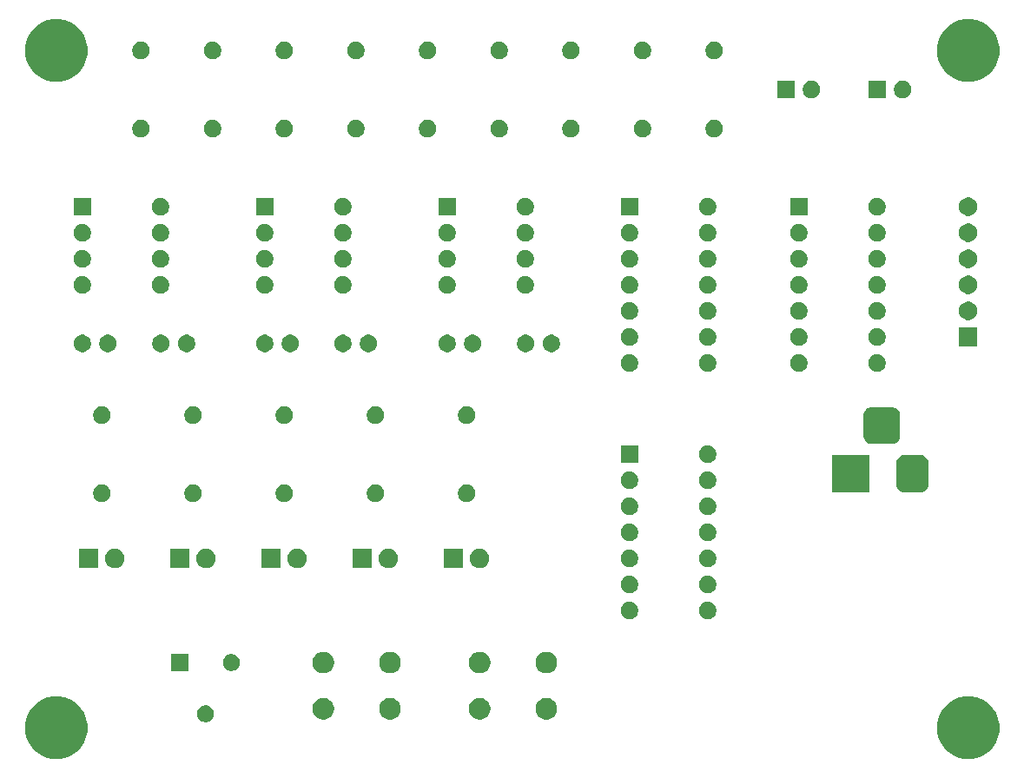
<source format=gts>
G04 #@! TF.GenerationSoftware,KiCad,Pcbnew,(5.1.5)-3*
G04 #@! TF.CreationDate,2020-02-17T10:47:51+01:00*
G04 #@! TF.ProjectId,Clock_module,436c6f63-6b5f-46d6-9f64-756c652e6b69,rev?*
G04 #@! TF.SameCoordinates,Original*
G04 #@! TF.FileFunction,Soldermask,Top*
G04 #@! TF.FilePolarity,Negative*
%FSLAX46Y46*%
G04 Gerber Fmt 4.6, Leading zero omitted, Abs format (unit mm)*
G04 Created by KiCad (PCBNEW (5.1.5)-3) date 2020-02-17 10:47:51*
%MOMM*%
%LPD*%
G04 APERTURE LIST*
%ADD10C,0.100000*%
G04 APERTURE END LIST*
D10*
G36*
X262509943Y-96126248D02*
G01*
X263065189Y-96356238D01*
X263065190Y-96356239D01*
X263564899Y-96690134D01*
X263989866Y-97115101D01*
X264035540Y-97183457D01*
X264323762Y-97614811D01*
X264553752Y-98170057D01*
X264671000Y-98759501D01*
X264671000Y-99360499D01*
X264553752Y-99949943D01*
X264323762Y-100505189D01*
X264323761Y-100505190D01*
X263989866Y-101004899D01*
X263564899Y-101429866D01*
X263313347Y-101597948D01*
X263065189Y-101763762D01*
X262509943Y-101993752D01*
X261920499Y-102111000D01*
X261319501Y-102111000D01*
X260730057Y-101993752D01*
X260174811Y-101763762D01*
X259926653Y-101597948D01*
X259675101Y-101429866D01*
X259250134Y-101004899D01*
X258916239Y-100505190D01*
X258916238Y-100505189D01*
X258686248Y-99949943D01*
X258569000Y-99360499D01*
X258569000Y-98759501D01*
X258686248Y-98170057D01*
X258916238Y-97614811D01*
X259204460Y-97183457D01*
X259250134Y-97115101D01*
X259675101Y-96690134D01*
X260174810Y-96356239D01*
X260174811Y-96356238D01*
X260730057Y-96126248D01*
X261319501Y-96009000D01*
X261920499Y-96009000D01*
X262509943Y-96126248D01*
G37*
G36*
X173609943Y-96126248D02*
G01*
X174165189Y-96356238D01*
X174165190Y-96356239D01*
X174664899Y-96690134D01*
X175089866Y-97115101D01*
X175135540Y-97183457D01*
X175423762Y-97614811D01*
X175653752Y-98170057D01*
X175771000Y-98759501D01*
X175771000Y-99360499D01*
X175653752Y-99949943D01*
X175423762Y-100505189D01*
X175423761Y-100505190D01*
X175089866Y-101004899D01*
X174664899Y-101429866D01*
X174413347Y-101597948D01*
X174165189Y-101763762D01*
X173609943Y-101993752D01*
X173020499Y-102111000D01*
X172419501Y-102111000D01*
X171830057Y-101993752D01*
X171274811Y-101763762D01*
X171026653Y-101597948D01*
X170775101Y-101429866D01*
X170350134Y-101004899D01*
X170016239Y-100505190D01*
X170016238Y-100505189D01*
X169786248Y-99949943D01*
X169669000Y-99360499D01*
X169669000Y-98759501D01*
X169786248Y-98170057D01*
X170016238Y-97614811D01*
X170304460Y-97183457D01*
X170350134Y-97115101D01*
X170775101Y-96690134D01*
X171274810Y-96356239D01*
X171274811Y-96356238D01*
X171830057Y-96126248D01*
X172419501Y-96009000D01*
X173020499Y-96009000D01*
X173609943Y-96126248D01*
G37*
G36*
X187525935Y-96915742D02*
G01*
X187676258Y-96978008D01*
X187811545Y-97068404D01*
X187926596Y-97183455D01*
X188016992Y-97318742D01*
X188079258Y-97469065D01*
X188111000Y-97628646D01*
X188111000Y-97791354D01*
X188079258Y-97950935D01*
X188016992Y-98101258D01*
X187926596Y-98236545D01*
X187811545Y-98351596D01*
X187676258Y-98441992D01*
X187525935Y-98504258D01*
X187366354Y-98536000D01*
X187203646Y-98536000D01*
X187044065Y-98504258D01*
X186893742Y-98441992D01*
X186758455Y-98351596D01*
X186643404Y-98236545D01*
X186553008Y-98101258D01*
X186490742Y-97950935D01*
X186459000Y-97791354D01*
X186459000Y-97628646D01*
X186490742Y-97469065D01*
X186553008Y-97318742D01*
X186643404Y-97183455D01*
X186758455Y-97068404D01*
X186893742Y-96978008D01*
X187044065Y-96915742D01*
X187203646Y-96884000D01*
X187366354Y-96884000D01*
X187525935Y-96915742D01*
G37*
G36*
X205561564Y-96199389D02*
G01*
X205752833Y-96278615D01*
X205752835Y-96278616D01*
X205924973Y-96393635D01*
X206071365Y-96540027D01*
X206171663Y-96690133D01*
X206186385Y-96712167D01*
X206265611Y-96903436D01*
X206306000Y-97106484D01*
X206306000Y-97313516D01*
X206265611Y-97516564D01*
X206186385Y-97707833D01*
X206186384Y-97707835D01*
X206071365Y-97879973D01*
X205924973Y-98026365D01*
X205752835Y-98141384D01*
X205752834Y-98141385D01*
X205752833Y-98141385D01*
X205561564Y-98220611D01*
X205358516Y-98261000D01*
X205151484Y-98261000D01*
X204948436Y-98220611D01*
X204757167Y-98141385D01*
X204757166Y-98141385D01*
X204757165Y-98141384D01*
X204585027Y-98026365D01*
X204438635Y-97879973D01*
X204323616Y-97707835D01*
X204323615Y-97707833D01*
X204244389Y-97516564D01*
X204204000Y-97313516D01*
X204204000Y-97106484D01*
X204244389Y-96903436D01*
X204323615Y-96712167D01*
X204338338Y-96690133D01*
X204438635Y-96540027D01*
X204585027Y-96393635D01*
X204757165Y-96278616D01*
X204757167Y-96278615D01*
X204948436Y-96199389D01*
X205151484Y-96159000D01*
X205358516Y-96159000D01*
X205561564Y-96199389D01*
G37*
G36*
X220801564Y-96199389D02*
G01*
X220992833Y-96278615D01*
X220992835Y-96278616D01*
X221164973Y-96393635D01*
X221311365Y-96540027D01*
X221411663Y-96690133D01*
X221426385Y-96712167D01*
X221505611Y-96903436D01*
X221546000Y-97106484D01*
X221546000Y-97313516D01*
X221505611Y-97516564D01*
X221426385Y-97707833D01*
X221426384Y-97707835D01*
X221311365Y-97879973D01*
X221164973Y-98026365D01*
X220992835Y-98141384D01*
X220992834Y-98141385D01*
X220992833Y-98141385D01*
X220801564Y-98220611D01*
X220598516Y-98261000D01*
X220391484Y-98261000D01*
X220188436Y-98220611D01*
X219997167Y-98141385D01*
X219997166Y-98141385D01*
X219997165Y-98141384D01*
X219825027Y-98026365D01*
X219678635Y-97879973D01*
X219563616Y-97707835D01*
X219563615Y-97707833D01*
X219484389Y-97516564D01*
X219444000Y-97313516D01*
X219444000Y-97106484D01*
X219484389Y-96903436D01*
X219563615Y-96712167D01*
X219578338Y-96690133D01*
X219678635Y-96540027D01*
X219825027Y-96393635D01*
X219997165Y-96278616D01*
X219997167Y-96278615D01*
X220188436Y-96199389D01*
X220391484Y-96159000D01*
X220598516Y-96159000D01*
X220801564Y-96199389D01*
G37*
G36*
X214301564Y-96199389D02*
G01*
X214492833Y-96278615D01*
X214492835Y-96278616D01*
X214664973Y-96393635D01*
X214811365Y-96540027D01*
X214911663Y-96690133D01*
X214926385Y-96712167D01*
X215005611Y-96903436D01*
X215046000Y-97106484D01*
X215046000Y-97313516D01*
X215005611Y-97516564D01*
X214926385Y-97707833D01*
X214926384Y-97707835D01*
X214811365Y-97879973D01*
X214664973Y-98026365D01*
X214492835Y-98141384D01*
X214492834Y-98141385D01*
X214492833Y-98141385D01*
X214301564Y-98220611D01*
X214098516Y-98261000D01*
X213891484Y-98261000D01*
X213688436Y-98220611D01*
X213497167Y-98141385D01*
X213497166Y-98141385D01*
X213497165Y-98141384D01*
X213325027Y-98026365D01*
X213178635Y-97879973D01*
X213063616Y-97707835D01*
X213063615Y-97707833D01*
X212984389Y-97516564D01*
X212944000Y-97313516D01*
X212944000Y-97106484D01*
X212984389Y-96903436D01*
X213063615Y-96712167D01*
X213078338Y-96690133D01*
X213178635Y-96540027D01*
X213325027Y-96393635D01*
X213497165Y-96278616D01*
X213497167Y-96278615D01*
X213688436Y-96199389D01*
X213891484Y-96159000D01*
X214098516Y-96159000D01*
X214301564Y-96199389D01*
G37*
G36*
X199061564Y-96199389D02*
G01*
X199252833Y-96278615D01*
X199252835Y-96278616D01*
X199424973Y-96393635D01*
X199571365Y-96540027D01*
X199671663Y-96690133D01*
X199686385Y-96712167D01*
X199765611Y-96903436D01*
X199806000Y-97106484D01*
X199806000Y-97313516D01*
X199765611Y-97516564D01*
X199686385Y-97707833D01*
X199686384Y-97707835D01*
X199571365Y-97879973D01*
X199424973Y-98026365D01*
X199252835Y-98141384D01*
X199252834Y-98141385D01*
X199252833Y-98141385D01*
X199061564Y-98220611D01*
X198858516Y-98261000D01*
X198651484Y-98261000D01*
X198448436Y-98220611D01*
X198257167Y-98141385D01*
X198257166Y-98141385D01*
X198257165Y-98141384D01*
X198085027Y-98026365D01*
X197938635Y-97879973D01*
X197823616Y-97707835D01*
X197823615Y-97707833D01*
X197744389Y-97516564D01*
X197704000Y-97313516D01*
X197704000Y-97106484D01*
X197744389Y-96903436D01*
X197823615Y-96712167D01*
X197838338Y-96690133D01*
X197938635Y-96540027D01*
X198085027Y-96393635D01*
X198257165Y-96278616D01*
X198257167Y-96278615D01*
X198448436Y-96199389D01*
X198651484Y-96159000D01*
X198858516Y-96159000D01*
X199061564Y-96199389D01*
G37*
G36*
X214301564Y-91699389D02*
G01*
X214492833Y-91778615D01*
X214492835Y-91778616D01*
X214664973Y-91893635D01*
X214811365Y-92040027D01*
X214907201Y-92183455D01*
X214926385Y-92212167D01*
X215005611Y-92403436D01*
X215046000Y-92606484D01*
X215046000Y-92813516D01*
X215005611Y-93016564D01*
X214926385Y-93207833D01*
X214926384Y-93207835D01*
X214811365Y-93379973D01*
X214664973Y-93526365D01*
X214492835Y-93641384D01*
X214492834Y-93641385D01*
X214492833Y-93641385D01*
X214301564Y-93720611D01*
X214098516Y-93761000D01*
X213891484Y-93761000D01*
X213688436Y-93720611D01*
X213497167Y-93641385D01*
X213497166Y-93641385D01*
X213497165Y-93641384D01*
X213325027Y-93526365D01*
X213178635Y-93379973D01*
X213063616Y-93207835D01*
X213063615Y-93207833D01*
X212984389Y-93016564D01*
X212944000Y-92813516D01*
X212944000Y-92606484D01*
X212984389Y-92403436D01*
X213063615Y-92212167D01*
X213082800Y-92183455D01*
X213178635Y-92040027D01*
X213325027Y-91893635D01*
X213497165Y-91778616D01*
X213497167Y-91778615D01*
X213688436Y-91699389D01*
X213891484Y-91659000D01*
X214098516Y-91659000D01*
X214301564Y-91699389D01*
G37*
G36*
X220801564Y-91699389D02*
G01*
X220992833Y-91778615D01*
X220992835Y-91778616D01*
X221164973Y-91893635D01*
X221311365Y-92040027D01*
X221407201Y-92183455D01*
X221426385Y-92212167D01*
X221505611Y-92403436D01*
X221546000Y-92606484D01*
X221546000Y-92813516D01*
X221505611Y-93016564D01*
X221426385Y-93207833D01*
X221426384Y-93207835D01*
X221311365Y-93379973D01*
X221164973Y-93526365D01*
X220992835Y-93641384D01*
X220992834Y-93641385D01*
X220992833Y-93641385D01*
X220801564Y-93720611D01*
X220598516Y-93761000D01*
X220391484Y-93761000D01*
X220188436Y-93720611D01*
X219997167Y-93641385D01*
X219997166Y-93641385D01*
X219997165Y-93641384D01*
X219825027Y-93526365D01*
X219678635Y-93379973D01*
X219563616Y-93207835D01*
X219563615Y-93207833D01*
X219484389Y-93016564D01*
X219444000Y-92813516D01*
X219444000Y-92606484D01*
X219484389Y-92403436D01*
X219563615Y-92212167D01*
X219582800Y-92183455D01*
X219678635Y-92040027D01*
X219825027Y-91893635D01*
X219997165Y-91778616D01*
X219997167Y-91778615D01*
X220188436Y-91699389D01*
X220391484Y-91659000D01*
X220598516Y-91659000D01*
X220801564Y-91699389D01*
G37*
G36*
X205561564Y-91699389D02*
G01*
X205752833Y-91778615D01*
X205752835Y-91778616D01*
X205924973Y-91893635D01*
X206071365Y-92040027D01*
X206167201Y-92183455D01*
X206186385Y-92212167D01*
X206265611Y-92403436D01*
X206306000Y-92606484D01*
X206306000Y-92813516D01*
X206265611Y-93016564D01*
X206186385Y-93207833D01*
X206186384Y-93207835D01*
X206071365Y-93379973D01*
X205924973Y-93526365D01*
X205752835Y-93641384D01*
X205752834Y-93641385D01*
X205752833Y-93641385D01*
X205561564Y-93720611D01*
X205358516Y-93761000D01*
X205151484Y-93761000D01*
X204948436Y-93720611D01*
X204757167Y-93641385D01*
X204757166Y-93641385D01*
X204757165Y-93641384D01*
X204585027Y-93526365D01*
X204438635Y-93379973D01*
X204323616Y-93207835D01*
X204323615Y-93207833D01*
X204244389Y-93016564D01*
X204204000Y-92813516D01*
X204204000Y-92606484D01*
X204244389Y-92403436D01*
X204323615Y-92212167D01*
X204342800Y-92183455D01*
X204438635Y-92040027D01*
X204585027Y-91893635D01*
X204757165Y-91778616D01*
X204757167Y-91778615D01*
X204948436Y-91699389D01*
X205151484Y-91659000D01*
X205358516Y-91659000D01*
X205561564Y-91699389D01*
G37*
G36*
X199061564Y-91699389D02*
G01*
X199252833Y-91778615D01*
X199252835Y-91778616D01*
X199424973Y-91893635D01*
X199571365Y-92040027D01*
X199667201Y-92183455D01*
X199686385Y-92212167D01*
X199765611Y-92403436D01*
X199806000Y-92606484D01*
X199806000Y-92813516D01*
X199765611Y-93016564D01*
X199686385Y-93207833D01*
X199686384Y-93207835D01*
X199571365Y-93379973D01*
X199424973Y-93526365D01*
X199252835Y-93641384D01*
X199252834Y-93641385D01*
X199252833Y-93641385D01*
X199061564Y-93720611D01*
X198858516Y-93761000D01*
X198651484Y-93761000D01*
X198448436Y-93720611D01*
X198257167Y-93641385D01*
X198257166Y-93641385D01*
X198257165Y-93641384D01*
X198085027Y-93526365D01*
X197938635Y-93379973D01*
X197823616Y-93207835D01*
X197823615Y-93207833D01*
X197744389Y-93016564D01*
X197704000Y-92813516D01*
X197704000Y-92606484D01*
X197744389Y-92403436D01*
X197823615Y-92212167D01*
X197842800Y-92183455D01*
X197938635Y-92040027D01*
X198085027Y-91893635D01*
X198257165Y-91778616D01*
X198257167Y-91778615D01*
X198448436Y-91699389D01*
X198651484Y-91659000D01*
X198858516Y-91659000D01*
X199061564Y-91699389D01*
G37*
G36*
X185611000Y-93536000D02*
G01*
X183959000Y-93536000D01*
X183959000Y-91884000D01*
X185611000Y-91884000D01*
X185611000Y-93536000D01*
G37*
G36*
X190025935Y-91915742D02*
G01*
X190176258Y-91978008D01*
X190311545Y-92068404D01*
X190426596Y-92183455D01*
X190516992Y-92318742D01*
X190579258Y-92469065D01*
X190611000Y-92628646D01*
X190611000Y-92791354D01*
X190579258Y-92950935D01*
X190516992Y-93101258D01*
X190426596Y-93236545D01*
X190311545Y-93351596D01*
X190176258Y-93441992D01*
X190025935Y-93504258D01*
X189866354Y-93536000D01*
X189703646Y-93536000D01*
X189544065Y-93504258D01*
X189393742Y-93441992D01*
X189258455Y-93351596D01*
X189143404Y-93236545D01*
X189053008Y-93101258D01*
X188990742Y-92950935D01*
X188959000Y-92791354D01*
X188959000Y-92628646D01*
X188990742Y-92469065D01*
X189053008Y-92318742D01*
X189143404Y-92183455D01*
X189258455Y-92068404D01*
X189393742Y-91978008D01*
X189544065Y-91915742D01*
X189703646Y-91884000D01*
X189866354Y-91884000D01*
X190025935Y-91915742D01*
G37*
G36*
X228848228Y-86811703D02*
G01*
X229003100Y-86875853D01*
X229142481Y-86968985D01*
X229261015Y-87087519D01*
X229354147Y-87226900D01*
X229418297Y-87381772D01*
X229451000Y-87546184D01*
X229451000Y-87713816D01*
X229418297Y-87878228D01*
X229354147Y-88033100D01*
X229261015Y-88172481D01*
X229142481Y-88291015D01*
X229003100Y-88384147D01*
X228848228Y-88448297D01*
X228683816Y-88481000D01*
X228516184Y-88481000D01*
X228351772Y-88448297D01*
X228196900Y-88384147D01*
X228057519Y-88291015D01*
X227938985Y-88172481D01*
X227845853Y-88033100D01*
X227781703Y-87878228D01*
X227749000Y-87713816D01*
X227749000Y-87546184D01*
X227781703Y-87381772D01*
X227845853Y-87226900D01*
X227938985Y-87087519D01*
X228057519Y-86968985D01*
X228196900Y-86875853D01*
X228351772Y-86811703D01*
X228516184Y-86779000D01*
X228683816Y-86779000D01*
X228848228Y-86811703D01*
G37*
G36*
X236468228Y-86811703D02*
G01*
X236623100Y-86875853D01*
X236762481Y-86968985D01*
X236881015Y-87087519D01*
X236974147Y-87226900D01*
X237038297Y-87381772D01*
X237071000Y-87546184D01*
X237071000Y-87713816D01*
X237038297Y-87878228D01*
X236974147Y-88033100D01*
X236881015Y-88172481D01*
X236762481Y-88291015D01*
X236623100Y-88384147D01*
X236468228Y-88448297D01*
X236303816Y-88481000D01*
X236136184Y-88481000D01*
X235971772Y-88448297D01*
X235816900Y-88384147D01*
X235677519Y-88291015D01*
X235558985Y-88172481D01*
X235465853Y-88033100D01*
X235401703Y-87878228D01*
X235369000Y-87713816D01*
X235369000Y-87546184D01*
X235401703Y-87381772D01*
X235465853Y-87226900D01*
X235558985Y-87087519D01*
X235677519Y-86968985D01*
X235816900Y-86875853D01*
X235971772Y-86811703D01*
X236136184Y-86779000D01*
X236303816Y-86779000D01*
X236468228Y-86811703D01*
G37*
G36*
X228848228Y-84271703D02*
G01*
X229003100Y-84335853D01*
X229142481Y-84428985D01*
X229261015Y-84547519D01*
X229354147Y-84686900D01*
X229418297Y-84841772D01*
X229451000Y-85006184D01*
X229451000Y-85173816D01*
X229418297Y-85338228D01*
X229354147Y-85493100D01*
X229261015Y-85632481D01*
X229142481Y-85751015D01*
X229003100Y-85844147D01*
X228848228Y-85908297D01*
X228683816Y-85941000D01*
X228516184Y-85941000D01*
X228351772Y-85908297D01*
X228196900Y-85844147D01*
X228057519Y-85751015D01*
X227938985Y-85632481D01*
X227845853Y-85493100D01*
X227781703Y-85338228D01*
X227749000Y-85173816D01*
X227749000Y-85006184D01*
X227781703Y-84841772D01*
X227845853Y-84686900D01*
X227938985Y-84547519D01*
X228057519Y-84428985D01*
X228196900Y-84335853D01*
X228351772Y-84271703D01*
X228516184Y-84239000D01*
X228683816Y-84239000D01*
X228848228Y-84271703D01*
G37*
G36*
X236468228Y-84271703D02*
G01*
X236623100Y-84335853D01*
X236762481Y-84428985D01*
X236881015Y-84547519D01*
X236974147Y-84686900D01*
X237038297Y-84841772D01*
X237071000Y-85006184D01*
X237071000Y-85173816D01*
X237038297Y-85338228D01*
X236974147Y-85493100D01*
X236881015Y-85632481D01*
X236762481Y-85751015D01*
X236623100Y-85844147D01*
X236468228Y-85908297D01*
X236303816Y-85941000D01*
X236136184Y-85941000D01*
X235971772Y-85908297D01*
X235816900Y-85844147D01*
X235677519Y-85751015D01*
X235558985Y-85632481D01*
X235465853Y-85493100D01*
X235401703Y-85338228D01*
X235369000Y-85173816D01*
X235369000Y-85006184D01*
X235401703Y-84841772D01*
X235465853Y-84686900D01*
X235558985Y-84547519D01*
X235677519Y-84428985D01*
X235816900Y-84335853D01*
X235971772Y-84271703D01*
X236136184Y-84239000D01*
X236303816Y-84239000D01*
X236468228Y-84271703D01*
G37*
G36*
X194626000Y-83501000D02*
G01*
X192724000Y-83501000D01*
X192724000Y-81599000D01*
X194626000Y-81599000D01*
X194626000Y-83501000D01*
G37*
G36*
X187602395Y-81635546D02*
G01*
X187775466Y-81707234D01*
X187775467Y-81707235D01*
X187931227Y-81811310D01*
X188063690Y-81943773D01*
X188106284Y-82007520D01*
X188167766Y-82099534D01*
X188239454Y-82272605D01*
X188276000Y-82456333D01*
X188276000Y-82643667D01*
X188239454Y-82827395D01*
X188167766Y-83000466D01*
X188167765Y-83000467D01*
X188063690Y-83156227D01*
X187931227Y-83288690D01*
X187908092Y-83304148D01*
X187775466Y-83392766D01*
X187602395Y-83464454D01*
X187418667Y-83501000D01*
X187231333Y-83501000D01*
X187047605Y-83464454D01*
X186874534Y-83392766D01*
X186741908Y-83304148D01*
X186718773Y-83288690D01*
X186586310Y-83156227D01*
X186482235Y-83000467D01*
X186482234Y-83000466D01*
X186410546Y-82827395D01*
X186374000Y-82643667D01*
X186374000Y-82456333D01*
X186410546Y-82272605D01*
X186482234Y-82099534D01*
X186543716Y-82007520D01*
X186586310Y-81943773D01*
X186718773Y-81811310D01*
X186874533Y-81707235D01*
X186874534Y-81707234D01*
X187047605Y-81635546D01*
X187231333Y-81599000D01*
X187418667Y-81599000D01*
X187602395Y-81635546D01*
G37*
G36*
X196492395Y-81635546D02*
G01*
X196665466Y-81707234D01*
X196665467Y-81707235D01*
X196821227Y-81811310D01*
X196953690Y-81943773D01*
X196996284Y-82007520D01*
X197057766Y-82099534D01*
X197129454Y-82272605D01*
X197166000Y-82456333D01*
X197166000Y-82643667D01*
X197129454Y-82827395D01*
X197057766Y-83000466D01*
X197057765Y-83000467D01*
X196953690Y-83156227D01*
X196821227Y-83288690D01*
X196798092Y-83304148D01*
X196665466Y-83392766D01*
X196492395Y-83464454D01*
X196308667Y-83501000D01*
X196121333Y-83501000D01*
X195937605Y-83464454D01*
X195764534Y-83392766D01*
X195631908Y-83304148D01*
X195608773Y-83288690D01*
X195476310Y-83156227D01*
X195372235Y-83000467D01*
X195372234Y-83000466D01*
X195300546Y-82827395D01*
X195264000Y-82643667D01*
X195264000Y-82456333D01*
X195300546Y-82272605D01*
X195372234Y-82099534D01*
X195433716Y-82007520D01*
X195476310Y-81943773D01*
X195608773Y-81811310D01*
X195764533Y-81707235D01*
X195764534Y-81707234D01*
X195937605Y-81635546D01*
X196121333Y-81599000D01*
X196308667Y-81599000D01*
X196492395Y-81635546D01*
G37*
G36*
X176846000Y-83501000D02*
G01*
X174944000Y-83501000D01*
X174944000Y-81599000D01*
X176846000Y-81599000D01*
X176846000Y-83501000D01*
G37*
G36*
X214272395Y-81635546D02*
G01*
X214445466Y-81707234D01*
X214445467Y-81707235D01*
X214601227Y-81811310D01*
X214733690Y-81943773D01*
X214776284Y-82007520D01*
X214837766Y-82099534D01*
X214909454Y-82272605D01*
X214946000Y-82456333D01*
X214946000Y-82643667D01*
X214909454Y-82827395D01*
X214837766Y-83000466D01*
X214837765Y-83000467D01*
X214733690Y-83156227D01*
X214601227Y-83288690D01*
X214578092Y-83304148D01*
X214445466Y-83392766D01*
X214272395Y-83464454D01*
X214088667Y-83501000D01*
X213901333Y-83501000D01*
X213717605Y-83464454D01*
X213544534Y-83392766D01*
X213411908Y-83304148D01*
X213388773Y-83288690D01*
X213256310Y-83156227D01*
X213152235Y-83000467D01*
X213152234Y-83000466D01*
X213080546Y-82827395D01*
X213044000Y-82643667D01*
X213044000Y-82456333D01*
X213080546Y-82272605D01*
X213152234Y-82099534D01*
X213213716Y-82007520D01*
X213256310Y-81943773D01*
X213388773Y-81811310D01*
X213544533Y-81707235D01*
X213544534Y-81707234D01*
X213717605Y-81635546D01*
X213901333Y-81599000D01*
X214088667Y-81599000D01*
X214272395Y-81635546D01*
G37*
G36*
X212406000Y-83501000D02*
G01*
X210504000Y-83501000D01*
X210504000Y-81599000D01*
X212406000Y-81599000D01*
X212406000Y-83501000D01*
G37*
G36*
X205382395Y-81635546D02*
G01*
X205555466Y-81707234D01*
X205555467Y-81707235D01*
X205711227Y-81811310D01*
X205843690Y-81943773D01*
X205886284Y-82007520D01*
X205947766Y-82099534D01*
X206019454Y-82272605D01*
X206056000Y-82456333D01*
X206056000Y-82643667D01*
X206019454Y-82827395D01*
X205947766Y-83000466D01*
X205947765Y-83000467D01*
X205843690Y-83156227D01*
X205711227Y-83288690D01*
X205688092Y-83304148D01*
X205555466Y-83392766D01*
X205382395Y-83464454D01*
X205198667Y-83501000D01*
X205011333Y-83501000D01*
X204827605Y-83464454D01*
X204654534Y-83392766D01*
X204521908Y-83304148D01*
X204498773Y-83288690D01*
X204366310Y-83156227D01*
X204262235Y-83000467D01*
X204262234Y-83000466D01*
X204190546Y-82827395D01*
X204154000Y-82643667D01*
X204154000Y-82456333D01*
X204190546Y-82272605D01*
X204262234Y-82099534D01*
X204323716Y-82007520D01*
X204366310Y-81943773D01*
X204498773Y-81811310D01*
X204654533Y-81707235D01*
X204654534Y-81707234D01*
X204827605Y-81635546D01*
X205011333Y-81599000D01*
X205198667Y-81599000D01*
X205382395Y-81635546D01*
G37*
G36*
X178712395Y-81635546D02*
G01*
X178885466Y-81707234D01*
X178885467Y-81707235D01*
X179041227Y-81811310D01*
X179173690Y-81943773D01*
X179216284Y-82007520D01*
X179277766Y-82099534D01*
X179349454Y-82272605D01*
X179386000Y-82456333D01*
X179386000Y-82643667D01*
X179349454Y-82827395D01*
X179277766Y-83000466D01*
X179277765Y-83000467D01*
X179173690Y-83156227D01*
X179041227Y-83288690D01*
X179018092Y-83304148D01*
X178885466Y-83392766D01*
X178712395Y-83464454D01*
X178528667Y-83501000D01*
X178341333Y-83501000D01*
X178157605Y-83464454D01*
X177984534Y-83392766D01*
X177851908Y-83304148D01*
X177828773Y-83288690D01*
X177696310Y-83156227D01*
X177592235Y-83000467D01*
X177592234Y-83000466D01*
X177520546Y-82827395D01*
X177484000Y-82643667D01*
X177484000Y-82456333D01*
X177520546Y-82272605D01*
X177592234Y-82099534D01*
X177653716Y-82007520D01*
X177696310Y-81943773D01*
X177828773Y-81811310D01*
X177984533Y-81707235D01*
X177984534Y-81707234D01*
X178157605Y-81635546D01*
X178341333Y-81599000D01*
X178528667Y-81599000D01*
X178712395Y-81635546D01*
G37*
G36*
X185736000Y-83501000D02*
G01*
X183834000Y-83501000D01*
X183834000Y-81599000D01*
X185736000Y-81599000D01*
X185736000Y-83501000D01*
G37*
G36*
X203516000Y-83501000D02*
G01*
X201614000Y-83501000D01*
X201614000Y-81599000D01*
X203516000Y-81599000D01*
X203516000Y-83501000D01*
G37*
G36*
X228848228Y-81731703D02*
G01*
X229003100Y-81795853D01*
X229142481Y-81888985D01*
X229261015Y-82007519D01*
X229354147Y-82146900D01*
X229418297Y-82301772D01*
X229451000Y-82466184D01*
X229451000Y-82633816D01*
X229418297Y-82798228D01*
X229354147Y-82953100D01*
X229261015Y-83092481D01*
X229142481Y-83211015D01*
X229003100Y-83304147D01*
X228848228Y-83368297D01*
X228683816Y-83401000D01*
X228516184Y-83401000D01*
X228351772Y-83368297D01*
X228196900Y-83304147D01*
X228057519Y-83211015D01*
X227938985Y-83092481D01*
X227845853Y-82953100D01*
X227781703Y-82798228D01*
X227749000Y-82633816D01*
X227749000Y-82466184D01*
X227781703Y-82301772D01*
X227845853Y-82146900D01*
X227938985Y-82007519D01*
X228057519Y-81888985D01*
X228196900Y-81795853D01*
X228351772Y-81731703D01*
X228516184Y-81699000D01*
X228683816Y-81699000D01*
X228848228Y-81731703D01*
G37*
G36*
X236468228Y-81731703D02*
G01*
X236623100Y-81795853D01*
X236762481Y-81888985D01*
X236881015Y-82007519D01*
X236974147Y-82146900D01*
X237038297Y-82301772D01*
X237071000Y-82466184D01*
X237071000Y-82633816D01*
X237038297Y-82798228D01*
X236974147Y-82953100D01*
X236881015Y-83092481D01*
X236762481Y-83211015D01*
X236623100Y-83304147D01*
X236468228Y-83368297D01*
X236303816Y-83401000D01*
X236136184Y-83401000D01*
X235971772Y-83368297D01*
X235816900Y-83304147D01*
X235677519Y-83211015D01*
X235558985Y-83092481D01*
X235465853Y-82953100D01*
X235401703Y-82798228D01*
X235369000Y-82633816D01*
X235369000Y-82466184D01*
X235401703Y-82301772D01*
X235465853Y-82146900D01*
X235558985Y-82007519D01*
X235677519Y-81888985D01*
X235816900Y-81795853D01*
X235971772Y-81731703D01*
X236136184Y-81699000D01*
X236303816Y-81699000D01*
X236468228Y-81731703D01*
G37*
G36*
X236468228Y-79191703D02*
G01*
X236623100Y-79255853D01*
X236762481Y-79348985D01*
X236881015Y-79467519D01*
X236974147Y-79606900D01*
X237038297Y-79761772D01*
X237071000Y-79926184D01*
X237071000Y-80093816D01*
X237038297Y-80258228D01*
X236974147Y-80413100D01*
X236881015Y-80552481D01*
X236762481Y-80671015D01*
X236623100Y-80764147D01*
X236468228Y-80828297D01*
X236303816Y-80861000D01*
X236136184Y-80861000D01*
X235971772Y-80828297D01*
X235816900Y-80764147D01*
X235677519Y-80671015D01*
X235558985Y-80552481D01*
X235465853Y-80413100D01*
X235401703Y-80258228D01*
X235369000Y-80093816D01*
X235369000Y-79926184D01*
X235401703Y-79761772D01*
X235465853Y-79606900D01*
X235558985Y-79467519D01*
X235677519Y-79348985D01*
X235816900Y-79255853D01*
X235971772Y-79191703D01*
X236136184Y-79159000D01*
X236303816Y-79159000D01*
X236468228Y-79191703D01*
G37*
G36*
X228848228Y-79191703D02*
G01*
X229003100Y-79255853D01*
X229142481Y-79348985D01*
X229261015Y-79467519D01*
X229354147Y-79606900D01*
X229418297Y-79761772D01*
X229451000Y-79926184D01*
X229451000Y-80093816D01*
X229418297Y-80258228D01*
X229354147Y-80413100D01*
X229261015Y-80552481D01*
X229142481Y-80671015D01*
X229003100Y-80764147D01*
X228848228Y-80828297D01*
X228683816Y-80861000D01*
X228516184Y-80861000D01*
X228351772Y-80828297D01*
X228196900Y-80764147D01*
X228057519Y-80671015D01*
X227938985Y-80552481D01*
X227845853Y-80413100D01*
X227781703Y-80258228D01*
X227749000Y-80093816D01*
X227749000Y-79926184D01*
X227781703Y-79761772D01*
X227845853Y-79606900D01*
X227938985Y-79467519D01*
X228057519Y-79348985D01*
X228196900Y-79255853D01*
X228351772Y-79191703D01*
X228516184Y-79159000D01*
X228683816Y-79159000D01*
X228848228Y-79191703D01*
G37*
G36*
X228848228Y-76651703D02*
G01*
X229003100Y-76715853D01*
X229142481Y-76808985D01*
X229261015Y-76927519D01*
X229354147Y-77066900D01*
X229418297Y-77221772D01*
X229451000Y-77386184D01*
X229451000Y-77553816D01*
X229418297Y-77718228D01*
X229354147Y-77873100D01*
X229261015Y-78012481D01*
X229142481Y-78131015D01*
X229003100Y-78224147D01*
X228848228Y-78288297D01*
X228683816Y-78321000D01*
X228516184Y-78321000D01*
X228351772Y-78288297D01*
X228196900Y-78224147D01*
X228057519Y-78131015D01*
X227938985Y-78012481D01*
X227845853Y-77873100D01*
X227781703Y-77718228D01*
X227749000Y-77553816D01*
X227749000Y-77386184D01*
X227781703Y-77221772D01*
X227845853Y-77066900D01*
X227938985Y-76927519D01*
X228057519Y-76808985D01*
X228196900Y-76715853D01*
X228351772Y-76651703D01*
X228516184Y-76619000D01*
X228683816Y-76619000D01*
X228848228Y-76651703D01*
G37*
G36*
X236468228Y-76651703D02*
G01*
X236623100Y-76715853D01*
X236762481Y-76808985D01*
X236881015Y-76927519D01*
X236974147Y-77066900D01*
X237038297Y-77221772D01*
X237071000Y-77386184D01*
X237071000Y-77553816D01*
X237038297Y-77718228D01*
X236974147Y-77873100D01*
X236881015Y-78012481D01*
X236762481Y-78131015D01*
X236623100Y-78224147D01*
X236468228Y-78288297D01*
X236303816Y-78321000D01*
X236136184Y-78321000D01*
X235971772Y-78288297D01*
X235816900Y-78224147D01*
X235677519Y-78131015D01*
X235558985Y-78012481D01*
X235465853Y-77873100D01*
X235401703Y-77718228D01*
X235369000Y-77553816D01*
X235369000Y-77386184D01*
X235401703Y-77221772D01*
X235465853Y-77066900D01*
X235558985Y-76927519D01*
X235677519Y-76808985D01*
X235816900Y-76715853D01*
X235971772Y-76651703D01*
X236136184Y-76619000D01*
X236303816Y-76619000D01*
X236468228Y-76651703D01*
G37*
G36*
X177413228Y-75381703D02*
G01*
X177568100Y-75445853D01*
X177707481Y-75538985D01*
X177826015Y-75657519D01*
X177919147Y-75796900D01*
X177983297Y-75951772D01*
X178016000Y-76116184D01*
X178016000Y-76283816D01*
X177983297Y-76448228D01*
X177919147Y-76603100D01*
X177826015Y-76742481D01*
X177707481Y-76861015D01*
X177568100Y-76954147D01*
X177413228Y-77018297D01*
X177248816Y-77051000D01*
X177081184Y-77051000D01*
X176916772Y-77018297D01*
X176761900Y-76954147D01*
X176622519Y-76861015D01*
X176503985Y-76742481D01*
X176410853Y-76603100D01*
X176346703Y-76448228D01*
X176314000Y-76283816D01*
X176314000Y-76116184D01*
X176346703Y-75951772D01*
X176410853Y-75796900D01*
X176503985Y-75657519D01*
X176622519Y-75538985D01*
X176761900Y-75445853D01*
X176916772Y-75381703D01*
X177081184Y-75349000D01*
X177248816Y-75349000D01*
X177413228Y-75381703D01*
G37*
G36*
X186303228Y-75381703D02*
G01*
X186458100Y-75445853D01*
X186597481Y-75538985D01*
X186716015Y-75657519D01*
X186809147Y-75796900D01*
X186873297Y-75951772D01*
X186906000Y-76116184D01*
X186906000Y-76283816D01*
X186873297Y-76448228D01*
X186809147Y-76603100D01*
X186716015Y-76742481D01*
X186597481Y-76861015D01*
X186458100Y-76954147D01*
X186303228Y-77018297D01*
X186138816Y-77051000D01*
X185971184Y-77051000D01*
X185806772Y-77018297D01*
X185651900Y-76954147D01*
X185512519Y-76861015D01*
X185393985Y-76742481D01*
X185300853Y-76603100D01*
X185236703Y-76448228D01*
X185204000Y-76283816D01*
X185204000Y-76116184D01*
X185236703Y-75951772D01*
X185300853Y-75796900D01*
X185393985Y-75657519D01*
X185512519Y-75538985D01*
X185651900Y-75445853D01*
X185806772Y-75381703D01*
X185971184Y-75349000D01*
X186138816Y-75349000D01*
X186303228Y-75381703D01*
G37*
G36*
X212973228Y-75381703D02*
G01*
X213128100Y-75445853D01*
X213267481Y-75538985D01*
X213386015Y-75657519D01*
X213479147Y-75796900D01*
X213543297Y-75951772D01*
X213576000Y-76116184D01*
X213576000Y-76283816D01*
X213543297Y-76448228D01*
X213479147Y-76603100D01*
X213386015Y-76742481D01*
X213267481Y-76861015D01*
X213128100Y-76954147D01*
X212973228Y-77018297D01*
X212808816Y-77051000D01*
X212641184Y-77051000D01*
X212476772Y-77018297D01*
X212321900Y-76954147D01*
X212182519Y-76861015D01*
X212063985Y-76742481D01*
X211970853Y-76603100D01*
X211906703Y-76448228D01*
X211874000Y-76283816D01*
X211874000Y-76116184D01*
X211906703Y-75951772D01*
X211970853Y-75796900D01*
X212063985Y-75657519D01*
X212182519Y-75538985D01*
X212321900Y-75445853D01*
X212476772Y-75381703D01*
X212641184Y-75349000D01*
X212808816Y-75349000D01*
X212973228Y-75381703D01*
G37*
G36*
X204083228Y-75381703D02*
G01*
X204238100Y-75445853D01*
X204377481Y-75538985D01*
X204496015Y-75657519D01*
X204589147Y-75796900D01*
X204653297Y-75951772D01*
X204686000Y-76116184D01*
X204686000Y-76283816D01*
X204653297Y-76448228D01*
X204589147Y-76603100D01*
X204496015Y-76742481D01*
X204377481Y-76861015D01*
X204238100Y-76954147D01*
X204083228Y-77018297D01*
X203918816Y-77051000D01*
X203751184Y-77051000D01*
X203586772Y-77018297D01*
X203431900Y-76954147D01*
X203292519Y-76861015D01*
X203173985Y-76742481D01*
X203080853Y-76603100D01*
X203016703Y-76448228D01*
X202984000Y-76283816D01*
X202984000Y-76116184D01*
X203016703Y-75951772D01*
X203080853Y-75796900D01*
X203173985Y-75657519D01*
X203292519Y-75538985D01*
X203431900Y-75445853D01*
X203586772Y-75381703D01*
X203751184Y-75349000D01*
X203918816Y-75349000D01*
X204083228Y-75381703D01*
G37*
G36*
X195193228Y-75381703D02*
G01*
X195348100Y-75445853D01*
X195487481Y-75538985D01*
X195606015Y-75657519D01*
X195699147Y-75796900D01*
X195763297Y-75951772D01*
X195796000Y-76116184D01*
X195796000Y-76283816D01*
X195763297Y-76448228D01*
X195699147Y-76603100D01*
X195606015Y-76742481D01*
X195487481Y-76861015D01*
X195348100Y-76954147D01*
X195193228Y-77018297D01*
X195028816Y-77051000D01*
X194861184Y-77051000D01*
X194696772Y-77018297D01*
X194541900Y-76954147D01*
X194402519Y-76861015D01*
X194283985Y-76742481D01*
X194190853Y-76603100D01*
X194126703Y-76448228D01*
X194094000Y-76283816D01*
X194094000Y-76116184D01*
X194126703Y-75951772D01*
X194190853Y-75796900D01*
X194283985Y-75657519D01*
X194402519Y-75538985D01*
X194541900Y-75445853D01*
X194696772Y-75381703D01*
X194861184Y-75349000D01*
X195028816Y-75349000D01*
X195193228Y-75381703D01*
G37*
G36*
X257166979Y-72508293D02*
G01*
X257300625Y-72548834D01*
X257423784Y-72614664D01*
X257531740Y-72703260D01*
X257620336Y-72811216D01*
X257686166Y-72934375D01*
X257726707Y-73068021D01*
X257741000Y-73213140D01*
X257741000Y-75376860D01*
X257726707Y-75521979D01*
X257686166Y-75655625D01*
X257620336Y-75778784D01*
X257531740Y-75886740D01*
X257423784Y-75975336D01*
X257300625Y-76041166D01*
X257166979Y-76081707D01*
X257021860Y-76096000D01*
X255358140Y-76096000D01*
X255213021Y-76081707D01*
X255079375Y-76041166D01*
X254956216Y-75975336D01*
X254848260Y-75886740D01*
X254759664Y-75778784D01*
X254693834Y-75655625D01*
X254653293Y-75521979D01*
X254639000Y-75376860D01*
X254639000Y-73213140D01*
X254653293Y-73068021D01*
X254693834Y-72934375D01*
X254759664Y-72811216D01*
X254848260Y-72703260D01*
X254956216Y-72614664D01*
X255079375Y-72548834D01*
X255213021Y-72508293D01*
X255358140Y-72494000D01*
X257021860Y-72494000D01*
X257166979Y-72508293D01*
G37*
G36*
X251991000Y-76096000D02*
G01*
X248389000Y-76096000D01*
X248389000Y-72494000D01*
X251991000Y-72494000D01*
X251991000Y-76096000D01*
G37*
G36*
X228848228Y-74111703D02*
G01*
X229003100Y-74175853D01*
X229142481Y-74268985D01*
X229261015Y-74387519D01*
X229354147Y-74526900D01*
X229418297Y-74681772D01*
X229451000Y-74846184D01*
X229451000Y-75013816D01*
X229418297Y-75178228D01*
X229354147Y-75333100D01*
X229261015Y-75472481D01*
X229142481Y-75591015D01*
X229003100Y-75684147D01*
X228848228Y-75748297D01*
X228683816Y-75781000D01*
X228516184Y-75781000D01*
X228351772Y-75748297D01*
X228196900Y-75684147D01*
X228057519Y-75591015D01*
X227938985Y-75472481D01*
X227845853Y-75333100D01*
X227781703Y-75178228D01*
X227749000Y-75013816D01*
X227749000Y-74846184D01*
X227781703Y-74681772D01*
X227845853Y-74526900D01*
X227938985Y-74387519D01*
X228057519Y-74268985D01*
X228196900Y-74175853D01*
X228351772Y-74111703D01*
X228516184Y-74079000D01*
X228683816Y-74079000D01*
X228848228Y-74111703D01*
G37*
G36*
X236468228Y-74111703D02*
G01*
X236623100Y-74175853D01*
X236762481Y-74268985D01*
X236881015Y-74387519D01*
X236974147Y-74526900D01*
X237038297Y-74681772D01*
X237071000Y-74846184D01*
X237071000Y-75013816D01*
X237038297Y-75178228D01*
X236974147Y-75333100D01*
X236881015Y-75472481D01*
X236762481Y-75591015D01*
X236623100Y-75684147D01*
X236468228Y-75748297D01*
X236303816Y-75781000D01*
X236136184Y-75781000D01*
X235971772Y-75748297D01*
X235816900Y-75684147D01*
X235677519Y-75591015D01*
X235558985Y-75472481D01*
X235465853Y-75333100D01*
X235401703Y-75178228D01*
X235369000Y-75013816D01*
X235369000Y-74846184D01*
X235401703Y-74681772D01*
X235465853Y-74526900D01*
X235558985Y-74387519D01*
X235677519Y-74268985D01*
X235816900Y-74175853D01*
X235971772Y-74111703D01*
X236136184Y-74079000D01*
X236303816Y-74079000D01*
X236468228Y-74111703D01*
G37*
G36*
X236468228Y-71571703D02*
G01*
X236623100Y-71635853D01*
X236762481Y-71728985D01*
X236881015Y-71847519D01*
X236974147Y-71986900D01*
X237038297Y-72141772D01*
X237071000Y-72306184D01*
X237071000Y-72473816D01*
X237038297Y-72638228D01*
X236974147Y-72793100D01*
X236881015Y-72932481D01*
X236762481Y-73051015D01*
X236623100Y-73144147D01*
X236468228Y-73208297D01*
X236303816Y-73241000D01*
X236136184Y-73241000D01*
X235971772Y-73208297D01*
X235816900Y-73144147D01*
X235677519Y-73051015D01*
X235558985Y-72932481D01*
X235465853Y-72793100D01*
X235401703Y-72638228D01*
X235369000Y-72473816D01*
X235369000Y-72306184D01*
X235401703Y-72141772D01*
X235465853Y-71986900D01*
X235558985Y-71847519D01*
X235677519Y-71728985D01*
X235816900Y-71635853D01*
X235971772Y-71571703D01*
X236136184Y-71539000D01*
X236303816Y-71539000D01*
X236468228Y-71571703D01*
G37*
G36*
X229451000Y-73241000D02*
G01*
X227749000Y-73241000D01*
X227749000Y-71539000D01*
X229451000Y-71539000D01*
X229451000Y-73241000D01*
G37*
G36*
X254316366Y-67810695D02*
G01*
X254473460Y-67858349D01*
X254618231Y-67935731D01*
X254745128Y-68039872D01*
X254849269Y-68166769D01*
X254926651Y-68311540D01*
X254974305Y-68468634D01*
X254991000Y-68638140D01*
X254991000Y-70551860D01*
X254974305Y-70721366D01*
X254926651Y-70878460D01*
X254849269Y-71023231D01*
X254745128Y-71150128D01*
X254618231Y-71254269D01*
X254473460Y-71331651D01*
X254316366Y-71379305D01*
X254146860Y-71396000D01*
X252233140Y-71396000D01*
X252063634Y-71379305D01*
X251906540Y-71331651D01*
X251761769Y-71254269D01*
X251634872Y-71150128D01*
X251530731Y-71023231D01*
X251453349Y-70878460D01*
X251405695Y-70721366D01*
X251389000Y-70551860D01*
X251389000Y-68638140D01*
X251405695Y-68468634D01*
X251453349Y-68311540D01*
X251530731Y-68166769D01*
X251634872Y-68039872D01*
X251761769Y-67935731D01*
X251906540Y-67858349D01*
X252063634Y-67810695D01*
X252233140Y-67794000D01*
X254146860Y-67794000D01*
X254316366Y-67810695D01*
G37*
G36*
X195193228Y-67761703D02*
G01*
X195348100Y-67825853D01*
X195487481Y-67918985D01*
X195606015Y-68037519D01*
X195699147Y-68176900D01*
X195763297Y-68331772D01*
X195796000Y-68496184D01*
X195796000Y-68663816D01*
X195763297Y-68828228D01*
X195699147Y-68983100D01*
X195606015Y-69122481D01*
X195487481Y-69241015D01*
X195348100Y-69334147D01*
X195193228Y-69398297D01*
X195028816Y-69431000D01*
X194861184Y-69431000D01*
X194696772Y-69398297D01*
X194541900Y-69334147D01*
X194402519Y-69241015D01*
X194283985Y-69122481D01*
X194190853Y-68983100D01*
X194126703Y-68828228D01*
X194094000Y-68663816D01*
X194094000Y-68496184D01*
X194126703Y-68331772D01*
X194190853Y-68176900D01*
X194283985Y-68037519D01*
X194402519Y-67918985D01*
X194541900Y-67825853D01*
X194696772Y-67761703D01*
X194861184Y-67729000D01*
X195028816Y-67729000D01*
X195193228Y-67761703D01*
G37*
G36*
X212973228Y-67761703D02*
G01*
X213128100Y-67825853D01*
X213267481Y-67918985D01*
X213386015Y-68037519D01*
X213479147Y-68176900D01*
X213543297Y-68331772D01*
X213576000Y-68496184D01*
X213576000Y-68663816D01*
X213543297Y-68828228D01*
X213479147Y-68983100D01*
X213386015Y-69122481D01*
X213267481Y-69241015D01*
X213128100Y-69334147D01*
X212973228Y-69398297D01*
X212808816Y-69431000D01*
X212641184Y-69431000D01*
X212476772Y-69398297D01*
X212321900Y-69334147D01*
X212182519Y-69241015D01*
X212063985Y-69122481D01*
X211970853Y-68983100D01*
X211906703Y-68828228D01*
X211874000Y-68663816D01*
X211874000Y-68496184D01*
X211906703Y-68331772D01*
X211970853Y-68176900D01*
X212063985Y-68037519D01*
X212182519Y-67918985D01*
X212321900Y-67825853D01*
X212476772Y-67761703D01*
X212641184Y-67729000D01*
X212808816Y-67729000D01*
X212973228Y-67761703D01*
G37*
G36*
X177413228Y-67761703D02*
G01*
X177568100Y-67825853D01*
X177707481Y-67918985D01*
X177826015Y-68037519D01*
X177919147Y-68176900D01*
X177983297Y-68331772D01*
X178016000Y-68496184D01*
X178016000Y-68663816D01*
X177983297Y-68828228D01*
X177919147Y-68983100D01*
X177826015Y-69122481D01*
X177707481Y-69241015D01*
X177568100Y-69334147D01*
X177413228Y-69398297D01*
X177248816Y-69431000D01*
X177081184Y-69431000D01*
X176916772Y-69398297D01*
X176761900Y-69334147D01*
X176622519Y-69241015D01*
X176503985Y-69122481D01*
X176410853Y-68983100D01*
X176346703Y-68828228D01*
X176314000Y-68663816D01*
X176314000Y-68496184D01*
X176346703Y-68331772D01*
X176410853Y-68176900D01*
X176503985Y-68037519D01*
X176622519Y-67918985D01*
X176761900Y-67825853D01*
X176916772Y-67761703D01*
X177081184Y-67729000D01*
X177248816Y-67729000D01*
X177413228Y-67761703D01*
G37*
G36*
X186303228Y-67761703D02*
G01*
X186458100Y-67825853D01*
X186597481Y-67918985D01*
X186716015Y-68037519D01*
X186809147Y-68176900D01*
X186873297Y-68331772D01*
X186906000Y-68496184D01*
X186906000Y-68663816D01*
X186873297Y-68828228D01*
X186809147Y-68983100D01*
X186716015Y-69122481D01*
X186597481Y-69241015D01*
X186458100Y-69334147D01*
X186303228Y-69398297D01*
X186138816Y-69431000D01*
X185971184Y-69431000D01*
X185806772Y-69398297D01*
X185651900Y-69334147D01*
X185512519Y-69241015D01*
X185393985Y-69122481D01*
X185300853Y-68983100D01*
X185236703Y-68828228D01*
X185204000Y-68663816D01*
X185204000Y-68496184D01*
X185236703Y-68331772D01*
X185300853Y-68176900D01*
X185393985Y-68037519D01*
X185512519Y-67918985D01*
X185651900Y-67825853D01*
X185806772Y-67761703D01*
X185971184Y-67729000D01*
X186138816Y-67729000D01*
X186303228Y-67761703D01*
G37*
G36*
X204083228Y-67761703D02*
G01*
X204238100Y-67825853D01*
X204377481Y-67918985D01*
X204496015Y-68037519D01*
X204589147Y-68176900D01*
X204653297Y-68331772D01*
X204686000Y-68496184D01*
X204686000Y-68663816D01*
X204653297Y-68828228D01*
X204589147Y-68983100D01*
X204496015Y-69122481D01*
X204377481Y-69241015D01*
X204238100Y-69334147D01*
X204083228Y-69398297D01*
X203918816Y-69431000D01*
X203751184Y-69431000D01*
X203586772Y-69398297D01*
X203431900Y-69334147D01*
X203292519Y-69241015D01*
X203173985Y-69122481D01*
X203080853Y-68983100D01*
X203016703Y-68828228D01*
X202984000Y-68663816D01*
X202984000Y-68496184D01*
X203016703Y-68331772D01*
X203080853Y-68176900D01*
X203173985Y-68037519D01*
X203292519Y-67918985D01*
X203431900Y-67825853D01*
X203586772Y-67761703D01*
X203751184Y-67729000D01*
X203918816Y-67729000D01*
X204083228Y-67761703D01*
G37*
G36*
X245358228Y-62681703D02*
G01*
X245513100Y-62745853D01*
X245652481Y-62838985D01*
X245771015Y-62957519D01*
X245864147Y-63096900D01*
X245928297Y-63251772D01*
X245961000Y-63416184D01*
X245961000Y-63583816D01*
X245928297Y-63748228D01*
X245864147Y-63903100D01*
X245771015Y-64042481D01*
X245652481Y-64161015D01*
X245513100Y-64254147D01*
X245358228Y-64318297D01*
X245193816Y-64351000D01*
X245026184Y-64351000D01*
X244861772Y-64318297D01*
X244706900Y-64254147D01*
X244567519Y-64161015D01*
X244448985Y-64042481D01*
X244355853Y-63903100D01*
X244291703Y-63748228D01*
X244259000Y-63583816D01*
X244259000Y-63416184D01*
X244291703Y-63251772D01*
X244355853Y-63096900D01*
X244448985Y-62957519D01*
X244567519Y-62838985D01*
X244706900Y-62745853D01*
X244861772Y-62681703D01*
X245026184Y-62649000D01*
X245193816Y-62649000D01*
X245358228Y-62681703D01*
G37*
G36*
X228848228Y-62681703D02*
G01*
X229003100Y-62745853D01*
X229142481Y-62838985D01*
X229261015Y-62957519D01*
X229354147Y-63096900D01*
X229418297Y-63251772D01*
X229451000Y-63416184D01*
X229451000Y-63583816D01*
X229418297Y-63748228D01*
X229354147Y-63903100D01*
X229261015Y-64042481D01*
X229142481Y-64161015D01*
X229003100Y-64254147D01*
X228848228Y-64318297D01*
X228683816Y-64351000D01*
X228516184Y-64351000D01*
X228351772Y-64318297D01*
X228196900Y-64254147D01*
X228057519Y-64161015D01*
X227938985Y-64042481D01*
X227845853Y-63903100D01*
X227781703Y-63748228D01*
X227749000Y-63583816D01*
X227749000Y-63416184D01*
X227781703Y-63251772D01*
X227845853Y-63096900D01*
X227938985Y-62957519D01*
X228057519Y-62838985D01*
X228196900Y-62745853D01*
X228351772Y-62681703D01*
X228516184Y-62649000D01*
X228683816Y-62649000D01*
X228848228Y-62681703D01*
G37*
G36*
X252978228Y-62681703D02*
G01*
X253133100Y-62745853D01*
X253272481Y-62838985D01*
X253391015Y-62957519D01*
X253484147Y-63096900D01*
X253548297Y-63251772D01*
X253581000Y-63416184D01*
X253581000Y-63583816D01*
X253548297Y-63748228D01*
X253484147Y-63903100D01*
X253391015Y-64042481D01*
X253272481Y-64161015D01*
X253133100Y-64254147D01*
X252978228Y-64318297D01*
X252813816Y-64351000D01*
X252646184Y-64351000D01*
X252481772Y-64318297D01*
X252326900Y-64254147D01*
X252187519Y-64161015D01*
X252068985Y-64042481D01*
X251975853Y-63903100D01*
X251911703Y-63748228D01*
X251879000Y-63583816D01*
X251879000Y-63416184D01*
X251911703Y-63251772D01*
X251975853Y-63096900D01*
X252068985Y-62957519D01*
X252187519Y-62838985D01*
X252326900Y-62745853D01*
X252481772Y-62681703D01*
X252646184Y-62649000D01*
X252813816Y-62649000D01*
X252978228Y-62681703D01*
G37*
G36*
X236468228Y-62681703D02*
G01*
X236623100Y-62745853D01*
X236762481Y-62838985D01*
X236881015Y-62957519D01*
X236974147Y-63096900D01*
X237038297Y-63251772D01*
X237071000Y-63416184D01*
X237071000Y-63583816D01*
X237038297Y-63748228D01*
X236974147Y-63903100D01*
X236881015Y-64042481D01*
X236762481Y-64161015D01*
X236623100Y-64254147D01*
X236468228Y-64318297D01*
X236303816Y-64351000D01*
X236136184Y-64351000D01*
X235971772Y-64318297D01*
X235816900Y-64254147D01*
X235677519Y-64161015D01*
X235558985Y-64042481D01*
X235465853Y-63903100D01*
X235401703Y-63748228D01*
X235369000Y-63583816D01*
X235369000Y-63416184D01*
X235401703Y-63251772D01*
X235465853Y-63096900D01*
X235558985Y-62957519D01*
X235677519Y-62838985D01*
X235816900Y-62745853D01*
X235971772Y-62681703D01*
X236136184Y-62649000D01*
X236303816Y-62649000D01*
X236468228Y-62681703D01*
G37*
G36*
X200908228Y-60776703D02*
G01*
X201063100Y-60840853D01*
X201202481Y-60933985D01*
X201321015Y-61052519D01*
X201414147Y-61191900D01*
X201478297Y-61346772D01*
X201511000Y-61511184D01*
X201511000Y-61678816D01*
X201478297Y-61843228D01*
X201414147Y-61998100D01*
X201321015Y-62137481D01*
X201202481Y-62256015D01*
X201063100Y-62349147D01*
X200908228Y-62413297D01*
X200743816Y-62446000D01*
X200576184Y-62446000D01*
X200411772Y-62413297D01*
X200256900Y-62349147D01*
X200117519Y-62256015D01*
X199998985Y-62137481D01*
X199905853Y-61998100D01*
X199841703Y-61843228D01*
X199809000Y-61678816D01*
X199809000Y-61511184D01*
X199841703Y-61346772D01*
X199905853Y-61191900D01*
X199998985Y-61052519D01*
X200117519Y-60933985D01*
X200256900Y-60840853D01*
X200411772Y-60776703D01*
X200576184Y-60744000D01*
X200743816Y-60744000D01*
X200908228Y-60776703D01*
G37*
G36*
X203408228Y-60776703D02*
G01*
X203563100Y-60840853D01*
X203702481Y-60933985D01*
X203821015Y-61052519D01*
X203914147Y-61191900D01*
X203978297Y-61346772D01*
X204011000Y-61511184D01*
X204011000Y-61678816D01*
X203978297Y-61843228D01*
X203914147Y-61998100D01*
X203821015Y-62137481D01*
X203702481Y-62256015D01*
X203563100Y-62349147D01*
X203408228Y-62413297D01*
X203243816Y-62446000D01*
X203076184Y-62446000D01*
X202911772Y-62413297D01*
X202756900Y-62349147D01*
X202617519Y-62256015D01*
X202498985Y-62137481D01*
X202405853Y-61998100D01*
X202341703Y-61843228D01*
X202309000Y-61678816D01*
X202309000Y-61511184D01*
X202341703Y-61346772D01*
X202405853Y-61191900D01*
X202498985Y-61052519D01*
X202617519Y-60933985D01*
X202756900Y-60840853D01*
X202911772Y-60776703D01*
X203076184Y-60744000D01*
X203243816Y-60744000D01*
X203408228Y-60776703D01*
G37*
G36*
X183168228Y-60776703D02*
G01*
X183323100Y-60840853D01*
X183462481Y-60933985D01*
X183581015Y-61052519D01*
X183674147Y-61191900D01*
X183738297Y-61346772D01*
X183771000Y-61511184D01*
X183771000Y-61678816D01*
X183738297Y-61843228D01*
X183674147Y-61998100D01*
X183581015Y-62137481D01*
X183462481Y-62256015D01*
X183323100Y-62349147D01*
X183168228Y-62413297D01*
X183003816Y-62446000D01*
X182836184Y-62446000D01*
X182671772Y-62413297D01*
X182516900Y-62349147D01*
X182377519Y-62256015D01*
X182258985Y-62137481D01*
X182165853Y-61998100D01*
X182101703Y-61843228D01*
X182069000Y-61678816D01*
X182069000Y-61511184D01*
X182101703Y-61346772D01*
X182165853Y-61191900D01*
X182258985Y-61052519D01*
X182377519Y-60933985D01*
X182516900Y-60840853D01*
X182671772Y-60776703D01*
X182836184Y-60744000D01*
X183003816Y-60744000D01*
X183168228Y-60776703D01*
G37*
G36*
X193288228Y-60776703D02*
G01*
X193443100Y-60840853D01*
X193582481Y-60933985D01*
X193701015Y-61052519D01*
X193794147Y-61191900D01*
X193858297Y-61346772D01*
X193891000Y-61511184D01*
X193891000Y-61678816D01*
X193858297Y-61843228D01*
X193794147Y-61998100D01*
X193701015Y-62137481D01*
X193582481Y-62256015D01*
X193443100Y-62349147D01*
X193288228Y-62413297D01*
X193123816Y-62446000D01*
X192956184Y-62446000D01*
X192791772Y-62413297D01*
X192636900Y-62349147D01*
X192497519Y-62256015D01*
X192378985Y-62137481D01*
X192285853Y-61998100D01*
X192221703Y-61843228D01*
X192189000Y-61678816D01*
X192189000Y-61511184D01*
X192221703Y-61346772D01*
X192285853Y-61191900D01*
X192378985Y-61052519D01*
X192497519Y-60933985D01*
X192636900Y-60840853D01*
X192791772Y-60776703D01*
X192956184Y-60744000D01*
X193123816Y-60744000D01*
X193288228Y-60776703D01*
G37*
G36*
X195788228Y-60776703D02*
G01*
X195943100Y-60840853D01*
X196082481Y-60933985D01*
X196201015Y-61052519D01*
X196294147Y-61191900D01*
X196358297Y-61346772D01*
X196391000Y-61511184D01*
X196391000Y-61678816D01*
X196358297Y-61843228D01*
X196294147Y-61998100D01*
X196201015Y-62137481D01*
X196082481Y-62256015D01*
X195943100Y-62349147D01*
X195788228Y-62413297D01*
X195623816Y-62446000D01*
X195456184Y-62446000D01*
X195291772Y-62413297D01*
X195136900Y-62349147D01*
X194997519Y-62256015D01*
X194878985Y-62137481D01*
X194785853Y-61998100D01*
X194721703Y-61843228D01*
X194689000Y-61678816D01*
X194689000Y-61511184D01*
X194721703Y-61346772D01*
X194785853Y-61191900D01*
X194878985Y-61052519D01*
X194997519Y-60933985D01*
X195136900Y-60840853D01*
X195291772Y-60776703D01*
X195456184Y-60744000D01*
X195623816Y-60744000D01*
X195788228Y-60776703D01*
G37*
G36*
X178008228Y-60776703D02*
G01*
X178163100Y-60840853D01*
X178302481Y-60933985D01*
X178421015Y-61052519D01*
X178514147Y-61191900D01*
X178578297Y-61346772D01*
X178611000Y-61511184D01*
X178611000Y-61678816D01*
X178578297Y-61843228D01*
X178514147Y-61998100D01*
X178421015Y-62137481D01*
X178302481Y-62256015D01*
X178163100Y-62349147D01*
X178008228Y-62413297D01*
X177843816Y-62446000D01*
X177676184Y-62446000D01*
X177511772Y-62413297D01*
X177356900Y-62349147D01*
X177217519Y-62256015D01*
X177098985Y-62137481D01*
X177005853Y-61998100D01*
X176941703Y-61843228D01*
X176909000Y-61678816D01*
X176909000Y-61511184D01*
X176941703Y-61346772D01*
X177005853Y-61191900D01*
X177098985Y-61052519D01*
X177217519Y-60933985D01*
X177356900Y-60840853D01*
X177511772Y-60776703D01*
X177676184Y-60744000D01*
X177843816Y-60744000D01*
X178008228Y-60776703D01*
G37*
G36*
X175508228Y-60776703D02*
G01*
X175663100Y-60840853D01*
X175802481Y-60933985D01*
X175921015Y-61052519D01*
X176014147Y-61191900D01*
X176078297Y-61346772D01*
X176111000Y-61511184D01*
X176111000Y-61678816D01*
X176078297Y-61843228D01*
X176014147Y-61998100D01*
X175921015Y-62137481D01*
X175802481Y-62256015D01*
X175663100Y-62349147D01*
X175508228Y-62413297D01*
X175343816Y-62446000D01*
X175176184Y-62446000D01*
X175011772Y-62413297D01*
X174856900Y-62349147D01*
X174717519Y-62256015D01*
X174598985Y-62137481D01*
X174505853Y-61998100D01*
X174441703Y-61843228D01*
X174409000Y-61678816D01*
X174409000Y-61511184D01*
X174441703Y-61346772D01*
X174505853Y-61191900D01*
X174598985Y-61052519D01*
X174717519Y-60933985D01*
X174856900Y-60840853D01*
X175011772Y-60776703D01*
X175176184Y-60744000D01*
X175343816Y-60744000D01*
X175508228Y-60776703D01*
G37*
G36*
X221228228Y-60776703D02*
G01*
X221383100Y-60840853D01*
X221522481Y-60933985D01*
X221641015Y-61052519D01*
X221734147Y-61191900D01*
X221798297Y-61346772D01*
X221831000Y-61511184D01*
X221831000Y-61678816D01*
X221798297Y-61843228D01*
X221734147Y-61998100D01*
X221641015Y-62137481D01*
X221522481Y-62256015D01*
X221383100Y-62349147D01*
X221228228Y-62413297D01*
X221063816Y-62446000D01*
X220896184Y-62446000D01*
X220731772Y-62413297D01*
X220576900Y-62349147D01*
X220437519Y-62256015D01*
X220318985Y-62137481D01*
X220225853Y-61998100D01*
X220161703Y-61843228D01*
X220129000Y-61678816D01*
X220129000Y-61511184D01*
X220161703Y-61346772D01*
X220225853Y-61191900D01*
X220318985Y-61052519D01*
X220437519Y-60933985D01*
X220576900Y-60840853D01*
X220731772Y-60776703D01*
X220896184Y-60744000D01*
X221063816Y-60744000D01*
X221228228Y-60776703D01*
G37*
G36*
X218728228Y-60776703D02*
G01*
X218883100Y-60840853D01*
X219022481Y-60933985D01*
X219141015Y-61052519D01*
X219234147Y-61191900D01*
X219298297Y-61346772D01*
X219331000Y-61511184D01*
X219331000Y-61678816D01*
X219298297Y-61843228D01*
X219234147Y-61998100D01*
X219141015Y-62137481D01*
X219022481Y-62256015D01*
X218883100Y-62349147D01*
X218728228Y-62413297D01*
X218563816Y-62446000D01*
X218396184Y-62446000D01*
X218231772Y-62413297D01*
X218076900Y-62349147D01*
X217937519Y-62256015D01*
X217818985Y-62137481D01*
X217725853Y-61998100D01*
X217661703Y-61843228D01*
X217629000Y-61678816D01*
X217629000Y-61511184D01*
X217661703Y-61346772D01*
X217725853Y-61191900D01*
X217818985Y-61052519D01*
X217937519Y-60933985D01*
X218076900Y-60840853D01*
X218231772Y-60776703D01*
X218396184Y-60744000D01*
X218563816Y-60744000D01*
X218728228Y-60776703D01*
G37*
G36*
X213568228Y-60776703D02*
G01*
X213723100Y-60840853D01*
X213862481Y-60933985D01*
X213981015Y-61052519D01*
X214074147Y-61191900D01*
X214138297Y-61346772D01*
X214171000Y-61511184D01*
X214171000Y-61678816D01*
X214138297Y-61843228D01*
X214074147Y-61998100D01*
X213981015Y-62137481D01*
X213862481Y-62256015D01*
X213723100Y-62349147D01*
X213568228Y-62413297D01*
X213403816Y-62446000D01*
X213236184Y-62446000D01*
X213071772Y-62413297D01*
X212916900Y-62349147D01*
X212777519Y-62256015D01*
X212658985Y-62137481D01*
X212565853Y-61998100D01*
X212501703Y-61843228D01*
X212469000Y-61678816D01*
X212469000Y-61511184D01*
X212501703Y-61346772D01*
X212565853Y-61191900D01*
X212658985Y-61052519D01*
X212777519Y-60933985D01*
X212916900Y-60840853D01*
X213071772Y-60776703D01*
X213236184Y-60744000D01*
X213403816Y-60744000D01*
X213568228Y-60776703D01*
G37*
G36*
X211068228Y-60776703D02*
G01*
X211223100Y-60840853D01*
X211362481Y-60933985D01*
X211481015Y-61052519D01*
X211574147Y-61191900D01*
X211638297Y-61346772D01*
X211671000Y-61511184D01*
X211671000Y-61678816D01*
X211638297Y-61843228D01*
X211574147Y-61998100D01*
X211481015Y-62137481D01*
X211362481Y-62256015D01*
X211223100Y-62349147D01*
X211068228Y-62413297D01*
X210903816Y-62446000D01*
X210736184Y-62446000D01*
X210571772Y-62413297D01*
X210416900Y-62349147D01*
X210277519Y-62256015D01*
X210158985Y-62137481D01*
X210065853Y-61998100D01*
X210001703Y-61843228D01*
X209969000Y-61678816D01*
X209969000Y-61511184D01*
X210001703Y-61346772D01*
X210065853Y-61191900D01*
X210158985Y-61052519D01*
X210277519Y-60933985D01*
X210416900Y-60840853D01*
X210571772Y-60776703D01*
X210736184Y-60744000D01*
X210903816Y-60744000D01*
X211068228Y-60776703D01*
G37*
G36*
X185668228Y-60776703D02*
G01*
X185823100Y-60840853D01*
X185962481Y-60933985D01*
X186081015Y-61052519D01*
X186174147Y-61191900D01*
X186238297Y-61346772D01*
X186271000Y-61511184D01*
X186271000Y-61678816D01*
X186238297Y-61843228D01*
X186174147Y-61998100D01*
X186081015Y-62137481D01*
X185962481Y-62256015D01*
X185823100Y-62349147D01*
X185668228Y-62413297D01*
X185503816Y-62446000D01*
X185336184Y-62446000D01*
X185171772Y-62413297D01*
X185016900Y-62349147D01*
X184877519Y-62256015D01*
X184758985Y-62137481D01*
X184665853Y-61998100D01*
X184601703Y-61843228D01*
X184569000Y-61678816D01*
X184569000Y-61511184D01*
X184601703Y-61346772D01*
X184665853Y-61191900D01*
X184758985Y-61052519D01*
X184877519Y-60933985D01*
X185016900Y-60840853D01*
X185171772Y-60776703D01*
X185336184Y-60744000D01*
X185503816Y-60744000D01*
X185668228Y-60776703D01*
G37*
G36*
X262521000Y-61861000D02*
G01*
X260719000Y-61861000D01*
X260719000Y-60059000D01*
X262521000Y-60059000D01*
X262521000Y-61861000D01*
G37*
G36*
X236468228Y-60141703D02*
G01*
X236623100Y-60205853D01*
X236762481Y-60298985D01*
X236881015Y-60417519D01*
X236974147Y-60556900D01*
X237038297Y-60711772D01*
X237071000Y-60876184D01*
X237071000Y-61043816D01*
X237038297Y-61208228D01*
X236974147Y-61363100D01*
X236881015Y-61502481D01*
X236762481Y-61621015D01*
X236623100Y-61714147D01*
X236468228Y-61778297D01*
X236303816Y-61811000D01*
X236136184Y-61811000D01*
X235971772Y-61778297D01*
X235816900Y-61714147D01*
X235677519Y-61621015D01*
X235558985Y-61502481D01*
X235465853Y-61363100D01*
X235401703Y-61208228D01*
X235369000Y-61043816D01*
X235369000Y-60876184D01*
X235401703Y-60711772D01*
X235465853Y-60556900D01*
X235558985Y-60417519D01*
X235677519Y-60298985D01*
X235816900Y-60205853D01*
X235971772Y-60141703D01*
X236136184Y-60109000D01*
X236303816Y-60109000D01*
X236468228Y-60141703D01*
G37*
G36*
X228848228Y-60141703D02*
G01*
X229003100Y-60205853D01*
X229142481Y-60298985D01*
X229261015Y-60417519D01*
X229354147Y-60556900D01*
X229418297Y-60711772D01*
X229451000Y-60876184D01*
X229451000Y-61043816D01*
X229418297Y-61208228D01*
X229354147Y-61363100D01*
X229261015Y-61502481D01*
X229142481Y-61621015D01*
X229003100Y-61714147D01*
X228848228Y-61778297D01*
X228683816Y-61811000D01*
X228516184Y-61811000D01*
X228351772Y-61778297D01*
X228196900Y-61714147D01*
X228057519Y-61621015D01*
X227938985Y-61502481D01*
X227845853Y-61363100D01*
X227781703Y-61208228D01*
X227749000Y-61043816D01*
X227749000Y-60876184D01*
X227781703Y-60711772D01*
X227845853Y-60556900D01*
X227938985Y-60417519D01*
X228057519Y-60298985D01*
X228196900Y-60205853D01*
X228351772Y-60141703D01*
X228516184Y-60109000D01*
X228683816Y-60109000D01*
X228848228Y-60141703D01*
G37*
G36*
X252978228Y-60141703D02*
G01*
X253133100Y-60205853D01*
X253272481Y-60298985D01*
X253391015Y-60417519D01*
X253484147Y-60556900D01*
X253548297Y-60711772D01*
X253581000Y-60876184D01*
X253581000Y-61043816D01*
X253548297Y-61208228D01*
X253484147Y-61363100D01*
X253391015Y-61502481D01*
X253272481Y-61621015D01*
X253133100Y-61714147D01*
X252978228Y-61778297D01*
X252813816Y-61811000D01*
X252646184Y-61811000D01*
X252481772Y-61778297D01*
X252326900Y-61714147D01*
X252187519Y-61621015D01*
X252068985Y-61502481D01*
X251975853Y-61363100D01*
X251911703Y-61208228D01*
X251879000Y-61043816D01*
X251879000Y-60876184D01*
X251911703Y-60711772D01*
X251975853Y-60556900D01*
X252068985Y-60417519D01*
X252187519Y-60298985D01*
X252326900Y-60205853D01*
X252481772Y-60141703D01*
X252646184Y-60109000D01*
X252813816Y-60109000D01*
X252978228Y-60141703D01*
G37*
G36*
X245358228Y-60141703D02*
G01*
X245513100Y-60205853D01*
X245652481Y-60298985D01*
X245771015Y-60417519D01*
X245864147Y-60556900D01*
X245928297Y-60711772D01*
X245961000Y-60876184D01*
X245961000Y-61043816D01*
X245928297Y-61208228D01*
X245864147Y-61363100D01*
X245771015Y-61502481D01*
X245652481Y-61621015D01*
X245513100Y-61714147D01*
X245358228Y-61778297D01*
X245193816Y-61811000D01*
X245026184Y-61811000D01*
X244861772Y-61778297D01*
X244706900Y-61714147D01*
X244567519Y-61621015D01*
X244448985Y-61502481D01*
X244355853Y-61363100D01*
X244291703Y-61208228D01*
X244259000Y-61043816D01*
X244259000Y-60876184D01*
X244291703Y-60711772D01*
X244355853Y-60556900D01*
X244448985Y-60417519D01*
X244567519Y-60298985D01*
X244706900Y-60205853D01*
X244861772Y-60141703D01*
X245026184Y-60109000D01*
X245193816Y-60109000D01*
X245358228Y-60141703D01*
G37*
G36*
X261733512Y-57523927D02*
G01*
X261882812Y-57553624D01*
X262046784Y-57621544D01*
X262194354Y-57720147D01*
X262319853Y-57845646D01*
X262418456Y-57993216D01*
X262486376Y-58157188D01*
X262521000Y-58331259D01*
X262521000Y-58508741D01*
X262486376Y-58682812D01*
X262418456Y-58846784D01*
X262319853Y-58994354D01*
X262194354Y-59119853D01*
X262046784Y-59218456D01*
X261882812Y-59286376D01*
X261733512Y-59316073D01*
X261708742Y-59321000D01*
X261531258Y-59321000D01*
X261506488Y-59316073D01*
X261357188Y-59286376D01*
X261193216Y-59218456D01*
X261045646Y-59119853D01*
X260920147Y-58994354D01*
X260821544Y-58846784D01*
X260753624Y-58682812D01*
X260719000Y-58508741D01*
X260719000Y-58331259D01*
X260753624Y-58157188D01*
X260821544Y-57993216D01*
X260920147Y-57845646D01*
X261045646Y-57720147D01*
X261193216Y-57621544D01*
X261357188Y-57553624D01*
X261506488Y-57523927D01*
X261531258Y-57519000D01*
X261708742Y-57519000D01*
X261733512Y-57523927D01*
G37*
G36*
X236468228Y-57601703D02*
G01*
X236623100Y-57665853D01*
X236762481Y-57758985D01*
X236881015Y-57877519D01*
X236974147Y-58016900D01*
X237038297Y-58171772D01*
X237071000Y-58336184D01*
X237071000Y-58503816D01*
X237038297Y-58668228D01*
X236974147Y-58823100D01*
X236881015Y-58962481D01*
X236762481Y-59081015D01*
X236623100Y-59174147D01*
X236468228Y-59238297D01*
X236303816Y-59271000D01*
X236136184Y-59271000D01*
X235971772Y-59238297D01*
X235816900Y-59174147D01*
X235677519Y-59081015D01*
X235558985Y-58962481D01*
X235465853Y-58823100D01*
X235401703Y-58668228D01*
X235369000Y-58503816D01*
X235369000Y-58336184D01*
X235401703Y-58171772D01*
X235465853Y-58016900D01*
X235558985Y-57877519D01*
X235677519Y-57758985D01*
X235816900Y-57665853D01*
X235971772Y-57601703D01*
X236136184Y-57569000D01*
X236303816Y-57569000D01*
X236468228Y-57601703D01*
G37*
G36*
X228848228Y-57601703D02*
G01*
X229003100Y-57665853D01*
X229142481Y-57758985D01*
X229261015Y-57877519D01*
X229354147Y-58016900D01*
X229418297Y-58171772D01*
X229451000Y-58336184D01*
X229451000Y-58503816D01*
X229418297Y-58668228D01*
X229354147Y-58823100D01*
X229261015Y-58962481D01*
X229142481Y-59081015D01*
X229003100Y-59174147D01*
X228848228Y-59238297D01*
X228683816Y-59271000D01*
X228516184Y-59271000D01*
X228351772Y-59238297D01*
X228196900Y-59174147D01*
X228057519Y-59081015D01*
X227938985Y-58962481D01*
X227845853Y-58823100D01*
X227781703Y-58668228D01*
X227749000Y-58503816D01*
X227749000Y-58336184D01*
X227781703Y-58171772D01*
X227845853Y-58016900D01*
X227938985Y-57877519D01*
X228057519Y-57758985D01*
X228196900Y-57665853D01*
X228351772Y-57601703D01*
X228516184Y-57569000D01*
X228683816Y-57569000D01*
X228848228Y-57601703D01*
G37*
G36*
X245358228Y-57601703D02*
G01*
X245513100Y-57665853D01*
X245652481Y-57758985D01*
X245771015Y-57877519D01*
X245864147Y-58016900D01*
X245928297Y-58171772D01*
X245961000Y-58336184D01*
X245961000Y-58503816D01*
X245928297Y-58668228D01*
X245864147Y-58823100D01*
X245771015Y-58962481D01*
X245652481Y-59081015D01*
X245513100Y-59174147D01*
X245358228Y-59238297D01*
X245193816Y-59271000D01*
X245026184Y-59271000D01*
X244861772Y-59238297D01*
X244706900Y-59174147D01*
X244567519Y-59081015D01*
X244448985Y-58962481D01*
X244355853Y-58823100D01*
X244291703Y-58668228D01*
X244259000Y-58503816D01*
X244259000Y-58336184D01*
X244291703Y-58171772D01*
X244355853Y-58016900D01*
X244448985Y-57877519D01*
X244567519Y-57758985D01*
X244706900Y-57665853D01*
X244861772Y-57601703D01*
X245026184Y-57569000D01*
X245193816Y-57569000D01*
X245358228Y-57601703D01*
G37*
G36*
X252978228Y-57601703D02*
G01*
X253133100Y-57665853D01*
X253272481Y-57758985D01*
X253391015Y-57877519D01*
X253484147Y-58016900D01*
X253548297Y-58171772D01*
X253581000Y-58336184D01*
X253581000Y-58503816D01*
X253548297Y-58668228D01*
X253484147Y-58823100D01*
X253391015Y-58962481D01*
X253272481Y-59081015D01*
X253133100Y-59174147D01*
X252978228Y-59238297D01*
X252813816Y-59271000D01*
X252646184Y-59271000D01*
X252481772Y-59238297D01*
X252326900Y-59174147D01*
X252187519Y-59081015D01*
X252068985Y-58962481D01*
X251975853Y-58823100D01*
X251911703Y-58668228D01*
X251879000Y-58503816D01*
X251879000Y-58336184D01*
X251911703Y-58171772D01*
X251975853Y-58016900D01*
X252068985Y-57877519D01*
X252187519Y-57758985D01*
X252326900Y-57665853D01*
X252481772Y-57601703D01*
X252646184Y-57569000D01*
X252813816Y-57569000D01*
X252978228Y-57601703D01*
G37*
G36*
X261733512Y-54983927D02*
G01*
X261882812Y-55013624D01*
X262046784Y-55081544D01*
X262194354Y-55180147D01*
X262319853Y-55305646D01*
X262418456Y-55453216D01*
X262486376Y-55617188D01*
X262521000Y-55791259D01*
X262521000Y-55968741D01*
X262486376Y-56142812D01*
X262418456Y-56306784D01*
X262319853Y-56454354D01*
X262194354Y-56579853D01*
X262046784Y-56678456D01*
X261882812Y-56746376D01*
X261733512Y-56776073D01*
X261708742Y-56781000D01*
X261531258Y-56781000D01*
X261506488Y-56776073D01*
X261357188Y-56746376D01*
X261193216Y-56678456D01*
X261045646Y-56579853D01*
X260920147Y-56454354D01*
X260821544Y-56306784D01*
X260753624Y-56142812D01*
X260719000Y-55968741D01*
X260719000Y-55791259D01*
X260753624Y-55617188D01*
X260821544Y-55453216D01*
X260920147Y-55305646D01*
X261045646Y-55180147D01*
X261193216Y-55081544D01*
X261357188Y-55013624D01*
X261506488Y-54983927D01*
X261531258Y-54979000D01*
X261708742Y-54979000D01*
X261733512Y-54983927D01*
G37*
G36*
X193288228Y-55061703D02*
G01*
X193443100Y-55125853D01*
X193582481Y-55218985D01*
X193701015Y-55337519D01*
X193794147Y-55476900D01*
X193858297Y-55631772D01*
X193891000Y-55796184D01*
X193891000Y-55963816D01*
X193858297Y-56128228D01*
X193794147Y-56283100D01*
X193701015Y-56422481D01*
X193582481Y-56541015D01*
X193443100Y-56634147D01*
X193288228Y-56698297D01*
X193123816Y-56731000D01*
X192956184Y-56731000D01*
X192791772Y-56698297D01*
X192636900Y-56634147D01*
X192497519Y-56541015D01*
X192378985Y-56422481D01*
X192285853Y-56283100D01*
X192221703Y-56128228D01*
X192189000Y-55963816D01*
X192189000Y-55796184D01*
X192221703Y-55631772D01*
X192285853Y-55476900D01*
X192378985Y-55337519D01*
X192497519Y-55218985D01*
X192636900Y-55125853D01*
X192791772Y-55061703D01*
X192956184Y-55029000D01*
X193123816Y-55029000D01*
X193288228Y-55061703D01*
G37*
G36*
X175508228Y-55061703D02*
G01*
X175663100Y-55125853D01*
X175802481Y-55218985D01*
X175921015Y-55337519D01*
X176014147Y-55476900D01*
X176078297Y-55631772D01*
X176111000Y-55796184D01*
X176111000Y-55963816D01*
X176078297Y-56128228D01*
X176014147Y-56283100D01*
X175921015Y-56422481D01*
X175802481Y-56541015D01*
X175663100Y-56634147D01*
X175508228Y-56698297D01*
X175343816Y-56731000D01*
X175176184Y-56731000D01*
X175011772Y-56698297D01*
X174856900Y-56634147D01*
X174717519Y-56541015D01*
X174598985Y-56422481D01*
X174505853Y-56283100D01*
X174441703Y-56128228D01*
X174409000Y-55963816D01*
X174409000Y-55796184D01*
X174441703Y-55631772D01*
X174505853Y-55476900D01*
X174598985Y-55337519D01*
X174717519Y-55218985D01*
X174856900Y-55125853D01*
X175011772Y-55061703D01*
X175176184Y-55029000D01*
X175343816Y-55029000D01*
X175508228Y-55061703D01*
G37*
G36*
X183128228Y-55061703D02*
G01*
X183283100Y-55125853D01*
X183422481Y-55218985D01*
X183541015Y-55337519D01*
X183634147Y-55476900D01*
X183698297Y-55631772D01*
X183731000Y-55796184D01*
X183731000Y-55963816D01*
X183698297Y-56128228D01*
X183634147Y-56283100D01*
X183541015Y-56422481D01*
X183422481Y-56541015D01*
X183283100Y-56634147D01*
X183128228Y-56698297D01*
X182963816Y-56731000D01*
X182796184Y-56731000D01*
X182631772Y-56698297D01*
X182476900Y-56634147D01*
X182337519Y-56541015D01*
X182218985Y-56422481D01*
X182125853Y-56283100D01*
X182061703Y-56128228D01*
X182029000Y-55963816D01*
X182029000Y-55796184D01*
X182061703Y-55631772D01*
X182125853Y-55476900D01*
X182218985Y-55337519D01*
X182337519Y-55218985D01*
X182476900Y-55125853D01*
X182631772Y-55061703D01*
X182796184Y-55029000D01*
X182963816Y-55029000D01*
X183128228Y-55061703D01*
G37*
G36*
X211068228Y-55061703D02*
G01*
X211223100Y-55125853D01*
X211362481Y-55218985D01*
X211481015Y-55337519D01*
X211574147Y-55476900D01*
X211638297Y-55631772D01*
X211671000Y-55796184D01*
X211671000Y-55963816D01*
X211638297Y-56128228D01*
X211574147Y-56283100D01*
X211481015Y-56422481D01*
X211362481Y-56541015D01*
X211223100Y-56634147D01*
X211068228Y-56698297D01*
X210903816Y-56731000D01*
X210736184Y-56731000D01*
X210571772Y-56698297D01*
X210416900Y-56634147D01*
X210277519Y-56541015D01*
X210158985Y-56422481D01*
X210065853Y-56283100D01*
X210001703Y-56128228D01*
X209969000Y-55963816D01*
X209969000Y-55796184D01*
X210001703Y-55631772D01*
X210065853Y-55476900D01*
X210158985Y-55337519D01*
X210277519Y-55218985D01*
X210416900Y-55125853D01*
X210571772Y-55061703D01*
X210736184Y-55029000D01*
X210903816Y-55029000D01*
X211068228Y-55061703D01*
G37*
G36*
X200908228Y-55061703D02*
G01*
X201063100Y-55125853D01*
X201202481Y-55218985D01*
X201321015Y-55337519D01*
X201414147Y-55476900D01*
X201478297Y-55631772D01*
X201511000Y-55796184D01*
X201511000Y-55963816D01*
X201478297Y-56128228D01*
X201414147Y-56283100D01*
X201321015Y-56422481D01*
X201202481Y-56541015D01*
X201063100Y-56634147D01*
X200908228Y-56698297D01*
X200743816Y-56731000D01*
X200576184Y-56731000D01*
X200411772Y-56698297D01*
X200256900Y-56634147D01*
X200117519Y-56541015D01*
X199998985Y-56422481D01*
X199905853Y-56283100D01*
X199841703Y-56128228D01*
X199809000Y-55963816D01*
X199809000Y-55796184D01*
X199841703Y-55631772D01*
X199905853Y-55476900D01*
X199998985Y-55337519D01*
X200117519Y-55218985D01*
X200256900Y-55125853D01*
X200411772Y-55061703D01*
X200576184Y-55029000D01*
X200743816Y-55029000D01*
X200908228Y-55061703D01*
G37*
G36*
X252978228Y-55061703D02*
G01*
X253133100Y-55125853D01*
X253272481Y-55218985D01*
X253391015Y-55337519D01*
X253484147Y-55476900D01*
X253548297Y-55631772D01*
X253581000Y-55796184D01*
X253581000Y-55963816D01*
X253548297Y-56128228D01*
X253484147Y-56283100D01*
X253391015Y-56422481D01*
X253272481Y-56541015D01*
X253133100Y-56634147D01*
X252978228Y-56698297D01*
X252813816Y-56731000D01*
X252646184Y-56731000D01*
X252481772Y-56698297D01*
X252326900Y-56634147D01*
X252187519Y-56541015D01*
X252068985Y-56422481D01*
X251975853Y-56283100D01*
X251911703Y-56128228D01*
X251879000Y-55963816D01*
X251879000Y-55796184D01*
X251911703Y-55631772D01*
X251975853Y-55476900D01*
X252068985Y-55337519D01*
X252187519Y-55218985D01*
X252326900Y-55125853D01*
X252481772Y-55061703D01*
X252646184Y-55029000D01*
X252813816Y-55029000D01*
X252978228Y-55061703D01*
G37*
G36*
X245358228Y-55061703D02*
G01*
X245513100Y-55125853D01*
X245652481Y-55218985D01*
X245771015Y-55337519D01*
X245864147Y-55476900D01*
X245928297Y-55631772D01*
X245961000Y-55796184D01*
X245961000Y-55963816D01*
X245928297Y-56128228D01*
X245864147Y-56283100D01*
X245771015Y-56422481D01*
X245652481Y-56541015D01*
X245513100Y-56634147D01*
X245358228Y-56698297D01*
X245193816Y-56731000D01*
X245026184Y-56731000D01*
X244861772Y-56698297D01*
X244706900Y-56634147D01*
X244567519Y-56541015D01*
X244448985Y-56422481D01*
X244355853Y-56283100D01*
X244291703Y-56128228D01*
X244259000Y-55963816D01*
X244259000Y-55796184D01*
X244291703Y-55631772D01*
X244355853Y-55476900D01*
X244448985Y-55337519D01*
X244567519Y-55218985D01*
X244706900Y-55125853D01*
X244861772Y-55061703D01*
X245026184Y-55029000D01*
X245193816Y-55029000D01*
X245358228Y-55061703D01*
G37*
G36*
X236468228Y-55061703D02*
G01*
X236623100Y-55125853D01*
X236762481Y-55218985D01*
X236881015Y-55337519D01*
X236974147Y-55476900D01*
X237038297Y-55631772D01*
X237071000Y-55796184D01*
X237071000Y-55963816D01*
X237038297Y-56128228D01*
X236974147Y-56283100D01*
X236881015Y-56422481D01*
X236762481Y-56541015D01*
X236623100Y-56634147D01*
X236468228Y-56698297D01*
X236303816Y-56731000D01*
X236136184Y-56731000D01*
X235971772Y-56698297D01*
X235816900Y-56634147D01*
X235677519Y-56541015D01*
X235558985Y-56422481D01*
X235465853Y-56283100D01*
X235401703Y-56128228D01*
X235369000Y-55963816D01*
X235369000Y-55796184D01*
X235401703Y-55631772D01*
X235465853Y-55476900D01*
X235558985Y-55337519D01*
X235677519Y-55218985D01*
X235816900Y-55125853D01*
X235971772Y-55061703D01*
X236136184Y-55029000D01*
X236303816Y-55029000D01*
X236468228Y-55061703D01*
G37*
G36*
X218688228Y-55061703D02*
G01*
X218843100Y-55125853D01*
X218982481Y-55218985D01*
X219101015Y-55337519D01*
X219194147Y-55476900D01*
X219258297Y-55631772D01*
X219291000Y-55796184D01*
X219291000Y-55963816D01*
X219258297Y-56128228D01*
X219194147Y-56283100D01*
X219101015Y-56422481D01*
X218982481Y-56541015D01*
X218843100Y-56634147D01*
X218688228Y-56698297D01*
X218523816Y-56731000D01*
X218356184Y-56731000D01*
X218191772Y-56698297D01*
X218036900Y-56634147D01*
X217897519Y-56541015D01*
X217778985Y-56422481D01*
X217685853Y-56283100D01*
X217621703Y-56128228D01*
X217589000Y-55963816D01*
X217589000Y-55796184D01*
X217621703Y-55631772D01*
X217685853Y-55476900D01*
X217778985Y-55337519D01*
X217897519Y-55218985D01*
X218036900Y-55125853D01*
X218191772Y-55061703D01*
X218356184Y-55029000D01*
X218523816Y-55029000D01*
X218688228Y-55061703D01*
G37*
G36*
X228848228Y-55061703D02*
G01*
X229003100Y-55125853D01*
X229142481Y-55218985D01*
X229261015Y-55337519D01*
X229354147Y-55476900D01*
X229418297Y-55631772D01*
X229451000Y-55796184D01*
X229451000Y-55963816D01*
X229418297Y-56128228D01*
X229354147Y-56283100D01*
X229261015Y-56422481D01*
X229142481Y-56541015D01*
X229003100Y-56634147D01*
X228848228Y-56698297D01*
X228683816Y-56731000D01*
X228516184Y-56731000D01*
X228351772Y-56698297D01*
X228196900Y-56634147D01*
X228057519Y-56541015D01*
X227938985Y-56422481D01*
X227845853Y-56283100D01*
X227781703Y-56128228D01*
X227749000Y-55963816D01*
X227749000Y-55796184D01*
X227781703Y-55631772D01*
X227845853Y-55476900D01*
X227938985Y-55337519D01*
X228057519Y-55218985D01*
X228196900Y-55125853D01*
X228351772Y-55061703D01*
X228516184Y-55029000D01*
X228683816Y-55029000D01*
X228848228Y-55061703D01*
G37*
G36*
X261733512Y-52443927D02*
G01*
X261882812Y-52473624D01*
X262046784Y-52541544D01*
X262194354Y-52640147D01*
X262319853Y-52765646D01*
X262418456Y-52913216D01*
X262486376Y-53077188D01*
X262521000Y-53251259D01*
X262521000Y-53428741D01*
X262486376Y-53602812D01*
X262418456Y-53766784D01*
X262319853Y-53914354D01*
X262194354Y-54039853D01*
X262046784Y-54138456D01*
X261882812Y-54206376D01*
X261733512Y-54236073D01*
X261708742Y-54241000D01*
X261531258Y-54241000D01*
X261506488Y-54236073D01*
X261357188Y-54206376D01*
X261193216Y-54138456D01*
X261045646Y-54039853D01*
X260920147Y-53914354D01*
X260821544Y-53766784D01*
X260753624Y-53602812D01*
X260719000Y-53428741D01*
X260719000Y-53251259D01*
X260753624Y-53077188D01*
X260821544Y-52913216D01*
X260920147Y-52765646D01*
X261045646Y-52640147D01*
X261193216Y-52541544D01*
X261357188Y-52473624D01*
X261506488Y-52443927D01*
X261531258Y-52439000D01*
X261708742Y-52439000D01*
X261733512Y-52443927D01*
G37*
G36*
X193288228Y-52521703D02*
G01*
X193443100Y-52585853D01*
X193582481Y-52678985D01*
X193701015Y-52797519D01*
X193794147Y-52936900D01*
X193858297Y-53091772D01*
X193891000Y-53256184D01*
X193891000Y-53423816D01*
X193858297Y-53588228D01*
X193794147Y-53743100D01*
X193701015Y-53882481D01*
X193582481Y-54001015D01*
X193443100Y-54094147D01*
X193288228Y-54158297D01*
X193123816Y-54191000D01*
X192956184Y-54191000D01*
X192791772Y-54158297D01*
X192636900Y-54094147D01*
X192497519Y-54001015D01*
X192378985Y-53882481D01*
X192285853Y-53743100D01*
X192221703Y-53588228D01*
X192189000Y-53423816D01*
X192189000Y-53256184D01*
X192221703Y-53091772D01*
X192285853Y-52936900D01*
X192378985Y-52797519D01*
X192497519Y-52678985D01*
X192636900Y-52585853D01*
X192791772Y-52521703D01*
X192956184Y-52489000D01*
X193123816Y-52489000D01*
X193288228Y-52521703D01*
G37*
G36*
X228848228Y-52521703D02*
G01*
X229003100Y-52585853D01*
X229142481Y-52678985D01*
X229261015Y-52797519D01*
X229354147Y-52936900D01*
X229418297Y-53091772D01*
X229451000Y-53256184D01*
X229451000Y-53423816D01*
X229418297Y-53588228D01*
X229354147Y-53743100D01*
X229261015Y-53882481D01*
X229142481Y-54001015D01*
X229003100Y-54094147D01*
X228848228Y-54158297D01*
X228683816Y-54191000D01*
X228516184Y-54191000D01*
X228351772Y-54158297D01*
X228196900Y-54094147D01*
X228057519Y-54001015D01*
X227938985Y-53882481D01*
X227845853Y-53743100D01*
X227781703Y-53588228D01*
X227749000Y-53423816D01*
X227749000Y-53256184D01*
X227781703Y-53091772D01*
X227845853Y-52936900D01*
X227938985Y-52797519D01*
X228057519Y-52678985D01*
X228196900Y-52585853D01*
X228351772Y-52521703D01*
X228516184Y-52489000D01*
X228683816Y-52489000D01*
X228848228Y-52521703D01*
G37*
G36*
X236468228Y-52521703D02*
G01*
X236623100Y-52585853D01*
X236762481Y-52678985D01*
X236881015Y-52797519D01*
X236974147Y-52936900D01*
X237038297Y-53091772D01*
X237071000Y-53256184D01*
X237071000Y-53423816D01*
X237038297Y-53588228D01*
X236974147Y-53743100D01*
X236881015Y-53882481D01*
X236762481Y-54001015D01*
X236623100Y-54094147D01*
X236468228Y-54158297D01*
X236303816Y-54191000D01*
X236136184Y-54191000D01*
X235971772Y-54158297D01*
X235816900Y-54094147D01*
X235677519Y-54001015D01*
X235558985Y-53882481D01*
X235465853Y-53743100D01*
X235401703Y-53588228D01*
X235369000Y-53423816D01*
X235369000Y-53256184D01*
X235401703Y-53091772D01*
X235465853Y-52936900D01*
X235558985Y-52797519D01*
X235677519Y-52678985D01*
X235816900Y-52585853D01*
X235971772Y-52521703D01*
X236136184Y-52489000D01*
X236303816Y-52489000D01*
X236468228Y-52521703D01*
G37*
G36*
X175508228Y-52521703D02*
G01*
X175663100Y-52585853D01*
X175802481Y-52678985D01*
X175921015Y-52797519D01*
X176014147Y-52936900D01*
X176078297Y-53091772D01*
X176111000Y-53256184D01*
X176111000Y-53423816D01*
X176078297Y-53588228D01*
X176014147Y-53743100D01*
X175921015Y-53882481D01*
X175802481Y-54001015D01*
X175663100Y-54094147D01*
X175508228Y-54158297D01*
X175343816Y-54191000D01*
X175176184Y-54191000D01*
X175011772Y-54158297D01*
X174856900Y-54094147D01*
X174717519Y-54001015D01*
X174598985Y-53882481D01*
X174505853Y-53743100D01*
X174441703Y-53588228D01*
X174409000Y-53423816D01*
X174409000Y-53256184D01*
X174441703Y-53091772D01*
X174505853Y-52936900D01*
X174598985Y-52797519D01*
X174717519Y-52678985D01*
X174856900Y-52585853D01*
X175011772Y-52521703D01*
X175176184Y-52489000D01*
X175343816Y-52489000D01*
X175508228Y-52521703D01*
G37*
G36*
X183128228Y-52521703D02*
G01*
X183283100Y-52585853D01*
X183422481Y-52678985D01*
X183541015Y-52797519D01*
X183634147Y-52936900D01*
X183698297Y-53091772D01*
X183731000Y-53256184D01*
X183731000Y-53423816D01*
X183698297Y-53588228D01*
X183634147Y-53743100D01*
X183541015Y-53882481D01*
X183422481Y-54001015D01*
X183283100Y-54094147D01*
X183128228Y-54158297D01*
X182963816Y-54191000D01*
X182796184Y-54191000D01*
X182631772Y-54158297D01*
X182476900Y-54094147D01*
X182337519Y-54001015D01*
X182218985Y-53882481D01*
X182125853Y-53743100D01*
X182061703Y-53588228D01*
X182029000Y-53423816D01*
X182029000Y-53256184D01*
X182061703Y-53091772D01*
X182125853Y-52936900D01*
X182218985Y-52797519D01*
X182337519Y-52678985D01*
X182476900Y-52585853D01*
X182631772Y-52521703D01*
X182796184Y-52489000D01*
X182963816Y-52489000D01*
X183128228Y-52521703D01*
G37*
G36*
X218688228Y-52521703D02*
G01*
X218843100Y-52585853D01*
X218982481Y-52678985D01*
X219101015Y-52797519D01*
X219194147Y-52936900D01*
X219258297Y-53091772D01*
X219291000Y-53256184D01*
X219291000Y-53423816D01*
X219258297Y-53588228D01*
X219194147Y-53743100D01*
X219101015Y-53882481D01*
X218982481Y-54001015D01*
X218843100Y-54094147D01*
X218688228Y-54158297D01*
X218523816Y-54191000D01*
X218356184Y-54191000D01*
X218191772Y-54158297D01*
X218036900Y-54094147D01*
X217897519Y-54001015D01*
X217778985Y-53882481D01*
X217685853Y-53743100D01*
X217621703Y-53588228D01*
X217589000Y-53423816D01*
X217589000Y-53256184D01*
X217621703Y-53091772D01*
X217685853Y-52936900D01*
X217778985Y-52797519D01*
X217897519Y-52678985D01*
X218036900Y-52585853D01*
X218191772Y-52521703D01*
X218356184Y-52489000D01*
X218523816Y-52489000D01*
X218688228Y-52521703D01*
G37*
G36*
X245358228Y-52521703D02*
G01*
X245513100Y-52585853D01*
X245652481Y-52678985D01*
X245771015Y-52797519D01*
X245864147Y-52936900D01*
X245928297Y-53091772D01*
X245961000Y-53256184D01*
X245961000Y-53423816D01*
X245928297Y-53588228D01*
X245864147Y-53743100D01*
X245771015Y-53882481D01*
X245652481Y-54001015D01*
X245513100Y-54094147D01*
X245358228Y-54158297D01*
X245193816Y-54191000D01*
X245026184Y-54191000D01*
X244861772Y-54158297D01*
X244706900Y-54094147D01*
X244567519Y-54001015D01*
X244448985Y-53882481D01*
X244355853Y-53743100D01*
X244291703Y-53588228D01*
X244259000Y-53423816D01*
X244259000Y-53256184D01*
X244291703Y-53091772D01*
X244355853Y-52936900D01*
X244448985Y-52797519D01*
X244567519Y-52678985D01*
X244706900Y-52585853D01*
X244861772Y-52521703D01*
X245026184Y-52489000D01*
X245193816Y-52489000D01*
X245358228Y-52521703D01*
G37*
G36*
X252978228Y-52521703D02*
G01*
X253133100Y-52585853D01*
X253272481Y-52678985D01*
X253391015Y-52797519D01*
X253484147Y-52936900D01*
X253548297Y-53091772D01*
X253581000Y-53256184D01*
X253581000Y-53423816D01*
X253548297Y-53588228D01*
X253484147Y-53743100D01*
X253391015Y-53882481D01*
X253272481Y-54001015D01*
X253133100Y-54094147D01*
X252978228Y-54158297D01*
X252813816Y-54191000D01*
X252646184Y-54191000D01*
X252481772Y-54158297D01*
X252326900Y-54094147D01*
X252187519Y-54001015D01*
X252068985Y-53882481D01*
X251975853Y-53743100D01*
X251911703Y-53588228D01*
X251879000Y-53423816D01*
X251879000Y-53256184D01*
X251911703Y-53091772D01*
X251975853Y-52936900D01*
X252068985Y-52797519D01*
X252187519Y-52678985D01*
X252326900Y-52585853D01*
X252481772Y-52521703D01*
X252646184Y-52489000D01*
X252813816Y-52489000D01*
X252978228Y-52521703D01*
G37*
G36*
X211068228Y-52521703D02*
G01*
X211223100Y-52585853D01*
X211362481Y-52678985D01*
X211481015Y-52797519D01*
X211574147Y-52936900D01*
X211638297Y-53091772D01*
X211671000Y-53256184D01*
X211671000Y-53423816D01*
X211638297Y-53588228D01*
X211574147Y-53743100D01*
X211481015Y-53882481D01*
X211362481Y-54001015D01*
X211223100Y-54094147D01*
X211068228Y-54158297D01*
X210903816Y-54191000D01*
X210736184Y-54191000D01*
X210571772Y-54158297D01*
X210416900Y-54094147D01*
X210277519Y-54001015D01*
X210158985Y-53882481D01*
X210065853Y-53743100D01*
X210001703Y-53588228D01*
X209969000Y-53423816D01*
X209969000Y-53256184D01*
X210001703Y-53091772D01*
X210065853Y-52936900D01*
X210158985Y-52797519D01*
X210277519Y-52678985D01*
X210416900Y-52585853D01*
X210571772Y-52521703D01*
X210736184Y-52489000D01*
X210903816Y-52489000D01*
X211068228Y-52521703D01*
G37*
G36*
X200908228Y-52521703D02*
G01*
X201063100Y-52585853D01*
X201202481Y-52678985D01*
X201321015Y-52797519D01*
X201414147Y-52936900D01*
X201478297Y-53091772D01*
X201511000Y-53256184D01*
X201511000Y-53423816D01*
X201478297Y-53588228D01*
X201414147Y-53743100D01*
X201321015Y-53882481D01*
X201202481Y-54001015D01*
X201063100Y-54094147D01*
X200908228Y-54158297D01*
X200743816Y-54191000D01*
X200576184Y-54191000D01*
X200411772Y-54158297D01*
X200256900Y-54094147D01*
X200117519Y-54001015D01*
X199998985Y-53882481D01*
X199905853Y-53743100D01*
X199841703Y-53588228D01*
X199809000Y-53423816D01*
X199809000Y-53256184D01*
X199841703Y-53091772D01*
X199905853Y-52936900D01*
X199998985Y-52797519D01*
X200117519Y-52678985D01*
X200256900Y-52585853D01*
X200411772Y-52521703D01*
X200576184Y-52489000D01*
X200743816Y-52489000D01*
X200908228Y-52521703D01*
G37*
G36*
X261733512Y-49903927D02*
G01*
X261882812Y-49933624D01*
X262046784Y-50001544D01*
X262194354Y-50100147D01*
X262319853Y-50225646D01*
X262418456Y-50373216D01*
X262486376Y-50537188D01*
X262521000Y-50711259D01*
X262521000Y-50888741D01*
X262486376Y-51062812D01*
X262418456Y-51226784D01*
X262319853Y-51374354D01*
X262194354Y-51499853D01*
X262046784Y-51598456D01*
X261882812Y-51666376D01*
X261733512Y-51696073D01*
X261708742Y-51701000D01*
X261531258Y-51701000D01*
X261506488Y-51696073D01*
X261357188Y-51666376D01*
X261193216Y-51598456D01*
X261045646Y-51499853D01*
X260920147Y-51374354D01*
X260821544Y-51226784D01*
X260753624Y-51062812D01*
X260719000Y-50888741D01*
X260719000Y-50711259D01*
X260753624Y-50537188D01*
X260821544Y-50373216D01*
X260920147Y-50225646D01*
X261045646Y-50100147D01*
X261193216Y-50001544D01*
X261357188Y-49933624D01*
X261506488Y-49903927D01*
X261531258Y-49899000D01*
X261708742Y-49899000D01*
X261733512Y-49903927D01*
G37*
G36*
X218688228Y-49981703D02*
G01*
X218843100Y-50045853D01*
X218982481Y-50138985D01*
X219101015Y-50257519D01*
X219194147Y-50396900D01*
X219258297Y-50551772D01*
X219291000Y-50716184D01*
X219291000Y-50883816D01*
X219258297Y-51048228D01*
X219194147Y-51203100D01*
X219101015Y-51342481D01*
X218982481Y-51461015D01*
X218843100Y-51554147D01*
X218688228Y-51618297D01*
X218523816Y-51651000D01*
X218356184Y-51651000D01*
X218191772Y-51618297D01*
X218036900Y-51554147D01*
X217897519Y-51461015D01*
X217778985Y-51342481D01*
X217685853Y-51203100D01*
X217621703Y-51048228D01*
X217589000Y-50883816D01*
X217589000Y-50716184D01*
X217621703Y-50551772D01*
X217685853Y-50396900D01*
X217778985Y-50257519D01*
X217897519Y-50138985D01*
X218036900Y-50045853D01*
X218191772Y-49981703D01*
X218356184Y-49949000D01*
X218523816Y-49949000D01*
X218688228Y-49981703D01*
G37*
G36*
X200908228Y-49981703D02*
G01*
X201063100Y-50045853D01*
X201202481Y-50138985D01*
X201321015Y-50257519D01*
X201414147Y-50396900D01*
X201478297Y-50551772D01*
X201511000Y-50716184D01*
X201511000Y-50883816D01*
X201478297Y-51048228D01*
X201414147Y-51203100D01*
X201321015Y-51342481D01*
X201202481Y-51461015D01*
X201063100Y-51554147D01*
X200908228Y-51618297D01*
X200743816Y-51651000D01*
X200576184Y-51651000D01*
X200411772Y-51618297D01*
X200256900Y-51554147D01*
X200117519Y-51461015D01*
X199998985Y-51342481D01*
X199905853Y-51203100D01*
X199841703Y-51048228D01*
X199809000Y-50883816D01*
X199809000Y-50716184D01*
X199841703Y-50551772D01*
X199905853Y-50396900D01*
X199998985Y-50257519D01*
X200117519Y-50138985D01*
X200256900Y-50045853D01*
X200411772Y-49981703D01*
X200576184Y-49949000D01*
X200743816Y-49949000D01*
X200908228Y-49981703D01*
G37*
G36*
X245358228Y-49981703D02*
G01*
X245513100Y-50045853D01*
X245652481Y-50138985D01*
X245771015Y-50257519D01*
X245864147Y-50396900D01*
X245928297Y-50551772D01*
X245961000Y-50716184D01*
X245961000Y-50883816D01*
X245928297Y-51048228D01*
X245864147Y-51203100D01*
X245771015Y-51342481D01*
X245652481Y-51461015D01*
X245513100Y-51554147D01*
X245358228Y-51618297D01*
X245193816Y-51651000D01*
X245026184Y-51651000D01*
X244861772Y-51618297D01*
X244706900Y-51554147D01*
X244567519Y-51461015D01*
X244448985Y-51342481D01*
X244355853Y-51203100D01*
X244291703Y-51048228D01*
X244259000Y-50883816D01*
X244259000Y-50716184D01*
X244291703Y-50551772D01*
X244355853Y-50396900D01*
X244448985Y-50257519D01*
X244567519Y-50138985D01*
X244706900Y-50045853D01*
X244861772Y-49981703D01*
X245026184Y-49949000D01*
X245193816Y-49949000D01*
X245358228Y-49981703D01*
G37*
G36*
X252978228Y-49981703D02*
G01*
X253133100Y-50045853D01*
X253272481Y-50138985D01*
X253391015Y-50257519D01*
X253484147Y-50396900D01*
X253548297Y-50551772D01*
X253581000Y-50716184D01*
X253581000Y-50883816D01*
X253548297Y-51048228D01*
X253484147Y-51203100D01*
X253391015Y-51342481D01*
X253272481Y-51461015D01*
X253133100Y-51554147D01*
X252978228Y-51618297D01*
X252813816Y-51651000D01*
X252646184Y-51651000D01*
X252481772Y-51618297D01*
X252326900Y-51554147D01*
X252187519Y-51461015D01*
X252068985Y-51342481D01*
X251975853Y-51203100D01*
X251911703Y-51048228D01*
X251879000Y-50883816D01*
X251879000Y-50716184D01*
X251911703Y-50551772D01*
X251975853Y-50396900D01*
X252068985Y-50257519D01*
X252187519Y-50138985D01*
X252326900Y-50045853D01*
X252481772Y-49981703D01*
X252646184Y-49949000D01*
X252813816Y-49949000D01*
X252978228Y-49981703D01*
G37*
G36*
X236468228Y-49981703D02*
G01*
X236623100Y-50045853D01*
X236762481Y-50138985D01*
X236881015Y-50257519D01*
X236974147Y-50396900D01*
X237038297Y-50551772D01*
X237071000Y-50716184D01*
X237071000Y-50883816D01*
X237038297Y-51048228D01*
X236974147Y-51203100D01*
X236881015Y-51342481D01*
X236762481Y-51461015D01*
X236623100Y-51554147D01*
X236468228Y-51618297D01*
X236303816Y-51651000D01*
X236136184Y-51651000D01*
X235971772Y-51618297D01*
X235816900Y-51554147D01*
X235677519Y-51461015D01*
X235558985Y-51342481D01*
X235465853Y-51203100D01*
X235401703Y-51048228D01*
X235369000Y-50883816D01*
X235369000Y-50716184D01*
X235401703Y-50551772D01*
X235465853Y-50396900D01*
X235558985Y-50257519D01*
X235677519Y-50138985D01*
X235816900Y-50045853D01*
X235971772Y-49981703D01*
X236136184Y-49949000D01*
X236303816Y-49949000D01*
X236468228Y-49981703D01*
G37*
G36*
X211068228Y-49981703D02*
G01*
X211223100Y-50045853D01*
X211362481Y-50138985D01*
X211481015Y-50257519D01*
X211574147Y-50396900D01*
X211638297Y-50551772D01*
X211671000Y-50716184D01*
X211671000Y-50883816D01*
X211638297Y-51048228D01*
X211574147Y-51203100D01*
X211481015Y-51342481D01*
X211362481Y-51461015D01*
X211223100Y-51554147D01*
X211068228Y-51618297D01*
X210903816Y-51651000D01*
X210736184Y-51651000D01*
X210571772Y-51618297D01*
X210416900Y-51554147D01*
X210277519Y-51461015D01*
X210158985Y-51342481D01*
X210065853Y-51203100D01*
X210001703Y-51048228D01*
X209969000Y-50883816D01*
X209969000Y-50716184D01*
X210001703Y-50551772D01*
X210065853Y-50396900D01*
X210158985Y-50257519D01*
X210277519Y-50138985D01*
X210416900Y-50045853D01*
X210571772Y-49981703D01*
X210736184Y-49949000D01*
X210903816Y-49949000D01*
X211068228Y-49981703D01*
G37*
G36*
X183128228Y-49981703D02*
G01*
X183283100Y-50045853D01*
X183422481Y-50138985D01*
X183541015Y-50257519D01*
X183634147Y-50396900D01*
X183698297Y-50551772D01*
X183731000Y-50716184D01*
X183731000Y-50883816D01*
X183698297Y-51048228D01*
X183634147Y-51203100D01*
X183541015Y-51342481D01*
X183422481Y-51461015D01*
X183283100Y-51554147D01*
X183128228Y-51618297D01*
X182963816Y-51651000D01*
X182796184Y-51651000D01*
X182631772Y-51618297D01*
X182476900Y-51554147D01*
X182337519Y-51461015D01*
X182218985Y-51342481D01*
X182125853Y-51203100D01*
X182061703Y-51048228D01*
X182029000Y-50883816D01*
X182029000Y-50716184D01*
X182061703Y-50551772D01*
X182125853Y-50396900D01*
X182218985Y-50257519D01*
X182337519Y-50138985D01*
X182476900Y-50045853D01*
X182631772Y-49981703D01*
X182796184Y-49949000D01*
X182963816Y-49949000D01*
X183128228Y-49981703D01*
G37*
G36*
X228848228Y-49981703D02*
G01*
X229003100Y-50045853D01*
X229142481Y-50138985D01*
X229261015Y-50257519D01*
X229354147Y-50396900D01*
X229418297Y-50551772D01*
X229451000Y-50716184D01*
X229451000Y-50883816D01*
X229418297Y-51048228D01*
X229354147Y-51203100D01*
X229261015Y-51342481D01*
X229142481Y-51461015D01*
X229003100Y-51554147D01*
X228848228Y-51618297D01*
X228683816Y-51651000D01*
X228516184Y-51651000D01*
X228351772Y-51618297D01*
X228196900Y-51554147D01*
X228057519Y-51461015D01*
X227938985Y-51342481D01*
X227845853Y-51203100D01*
X227781703Y-51048228D01*
X227749000Y-50883816D01*
X227749000Y-50716184D01*
X227781703Y-50551772D01*
X227845853Y-50396900D01*
X227938985Y-50257519D01*
X228057519Y-50138985D01*
X228196900Y-50045853D01*
X228351772Y-49981703D01*
X228516184Y-49949000D01*
X228683816Y-49949000D01*
X228848228Y-49981703D01*
G37*
G36*
X175508228Y-49981703D02*
G01*
X175663100Y-50045853D01*
X175802481Y-50138985D01*
X175921015Y-50257519D01*
X176014147Y-50396900D01*
X176078297Y-50551772D01*
X176111000Y-50716184D01*
X176111000Y-50883816D01*
X176078297Y-51048228D01*
X176014147Y-51203100D01*
X175921015Y-51342481D01*
X175802481Y-51461015D01*
X175663100Y-51554147D01*
X175508228Y-51618297D01*
X175343816Y-51651000D01*
X175176184Y-51651000D01*
X175011772Y-51618297D01*
X174856900Y-51554147D01*
X174717519Y-51461015D01*
X174598985Y-51342481D01*
X174505853Y-51203100D01*
X174441703Y-51048228D01*
X174409000Y-50883816D01*
X174409000Y-50716184D01*
X174441703Y-50551772D01*
X174505853Y-50396900D01*
X174598985Y-50257519D01*
X174717519Y-50138985D01*
X174856900Y-50045853D01*
X175011772Y-49981703D01*
X175176184Y-49949000D01*
X175343816Y-49949000D01*
X175508228Y-49981703D01*
G37*
G36*
X193288228Y-49981703D02*
G01*
X193443100Y-50045853D01*
X193582481Y-50138985D01*
X193701015Y-50257519D01*
X193794147Y-50396900D01*
X193858297Y-50551772D01*
X193891000Y-50716184D01*
X193891000Y-50883816D01*
X193858297Y-51048228D01*
X193794147Y-51203100D01*
X193701015Y-51342481D01*
X193582481Y-51461015D01*
X193443100Y-51554147D01*
X193288228Y-51618297D01*
X193123816Y-51651000D01*
X192956184Y-51651000D01*
X192791772Y-51618297D01*
X192636900Y-51554147D01*
X192497519Y-51461015D01*
X192378985Y-51342481D01*
X192285853Y-51203100D01*
X192221703Y-51048228D01*
X192189000Y-50883816D01*
X192189000Y-50716184D01*
X192221703Y-50551772D01*
X192285853Y-50396900D01*
X192378985Y-50257519D01*
X192497519Y-50138985D01*
X192636900Y-50045853D01*
X192791772Y-49981703D01*
X192956184Y-49949000D01*
X193123816Y-49949000D01*
X193288228Y-49981703D01*
G37*
G36*
X261733512Y-47363927D02*
G01*
X261882812Y-47393624D01*
X262046784Y-47461544D01*
X262194354Y-47560147D01*
X262319853Y-47685646D01*
X262418456Y-47833216D01*
X262486376Y-47997188D01*
X262521000Y-48171259D01*
X262521000Y-48348741D01*
X262486376Y-48522812D01*
X262418456Y-48686784D01*
X262319853Y-48834354D01*
X262194354Y-48959853D01*
X262046784Y-49058456D01*
X261882812Y-49126376D01*
X261733512Y-49156073D01*
X261708742Y-49161000D01*
X261531258Y-49161000D01*
X261506488Y-49156073D01*
X261357188Y-49126376D01*
X261193216Y-49058456D01*
X261045646Y-48959853D01*
X260920147Y-48834354D01*
X260821544Y-48686784D01*
X260753624Y-48522812D01*
X260719000Y-48348741D01*
X260719000Y-48171259D01*
X260753624Y-47997188D01*
X260821544Y-47833216D01*
X260920147Y-47685646D01*
X261045646Y-47560147D01*
X261193216Y-47461544D01*
X261357188Y-47393624D01*
X261506488Y-47363927D01*
X261531258Y-47359000D01*
X261708742Y-47359000D01*
X261733512Y-47363927D01*
G37*
G36*
X183128228Y-47441703D02*
G01*
X183283100Y-47505853D01*
X183422481Y-47598985D01*
X183541015Y-47717519D01*
X183634147Y-47856900D01*
X183698297Y-48011772D01*
X183731000Y-48176184D01*
X183731000Y-48343816D01*
X183698297Y-48508228D01*
X183634147Y-48663100D01*
X183541015Y-48802481D01*
X183422481Y-48921015D01*
X183283100Y-49014147D01*
X183128228Y-49078297D01*
X182963816Y-49111000D01*
X182796184Y-49111000D01*
X182631772Y-49078297D01*
X182476900Y-49014147D01*
X182337519Y-48921015D01*
X182218985Y-48802481D01*
X182125853Y-48663100D01*
X182061703Y-48508228D01*
X182029000Y-48343816D01*
X182029000Y-48176184D01*
X182061703Y-48011772D01*
X182125853Y-47856900D01*
X182218985Y-47717519D01*
X182337519Y-47598985D01*
X182476900Y-47505853D01*
X182631772Y-47441703D01*
X182796184Y-47409000D01*
X182963816Y-47409000D01*
X183128228Y-47441703D01*
G37*
G36*
X193891000Y-49111000D02*
G01*
X192189000Y-49111000D01*
X192189000Y-47409000D01*
X193891000Y-47409000D01*
X193891000Y-49111000D01*
G37*
G36*
X200908228Y-47441703D02*
G01*
X201063100Y-47505853D01*
X201202481Y-47598985D01*
X201321015Y-47717519D01*
X201414147Y-47856900D01*
X201478297Y-48011772D01*
X201511000Y-48176184D01*
X201511000Y-48343816D01*
X201478297Y-48508228D01*
X201414147Y-48663100D01*
X201321015Y-48802481D01*
X201202481Y-48921015D01*
X201063100Y-49014147D01*
X200908228Y-49078297D01*
X200743816Y-49111000D01*
X200576184Y-49111000D01*
X200411772Y-49078297D01*
X200256900Y-49014147D01*
X200117519Y-48921015D01*
X199998985Y-48802481D01*
X199905853Y-48663100D01*
X199841703Y-48508228D01*
X199809000Y-48343816D01*
X199809000Y-48176184D01*
X199841703Y-48011772D01*
X199905853Y-47856900D01*
X199998985Y-47717519D01*
X200117519Y-47598985D01*
X200256900Y-47505853D01*
X200411772Y-47441703D01*
X200576184Y-47409000D01*
X200743816Y-47409000D01*
X200908228Y-47441703D01*
G37*
G36*
X211671000Y-49111000D02*
G01*
X209969000Y-49111000D01*
X209969000Y-47409000D01*
X211671000Y-47409000D01*
X211671000Y-49111000D01*
G37*
G36*
X218688228Y-47441703D02*
G01*
X218843100Y-47505853D01*
X218982481Y-47598985D01*
X219101015Y-47717519D01*
X219194147Y-47856900D01*
X219258297Y-48011772D01*
X219291000Y-48176184D01*
X219291000Y-48343816D01*
X219258297Y-48508228D01*
X219194147Y-48663100D01*
X219101015Y-48802481D01*
X218982481Y-48921015D01*
X218843100Y-49014147D01*
X218688228Y-49078297D01*
X218523816Y-49111000D01*
X218356184Y-49111000D01*
X218191772Y-49078297D01*
X218036900Y-49014147D01*
X217897519Y-48921015D01*
X217778985Y-48802481D01*
X217685853Y-48663100D01*
X217621703Y-48508228D01*
X217589000Y-48343816D01*
X217589000Y-48176184D01*
X217621703Y-48011772D01*
X217685853Y-47856900D01*
X217778985Y-47717519D01*
X217897519Y-47598985D01*
X218036900Y-47505853D01*
X218191772Y-47441703D01*
X218356184Y-47409000D01*
X218523816Y-47409000D01*
X218688228Y-47441703D01*
G37*
G36*
X176111000Y-49111000D02*
G01*
X174409000Y-49111000D01*
X174409000Y-47409000D01*
X176111000Y-47409000D01*
X176111000Y-49111000D01*
G37*
G36*
X245961000Y-49111000D02*
G01*
X244259000Y-49111000D01*
X244259000Y-47409000D01*
X245961000Y-47409000D01*
X245961000Y-49111000D01*
G37*
G36*
X236468228Y-47441703D02*
G01*
X236623100Y-47505853D01*
X236762481Y-47598985D01*
X236881015Y-47717519D01*
X236974147Y-47856900D01*
X237038297Y-48011772D01*
X237071000Y-48176184D01*
X237071000Y-48343816D01*
X237038297Y-48508228D01*
X236974147Y-48663100D01*
X236881015Y-48802481D01*
X236762481Y-48921015D01*
X236623100Y-49014147D01*
X236468228Y-49078297D01*
X236303816Y-49111000D01*
X236136184Y-49111000D01*
X235971772Y-49078297D01*
X235816900Y-49014147D01*
X235677519Y-48921015D01*
X235558985Y-48802481D01*
X235465853Y-48663100D01*
X235401703Y-48508228D01*
X235369000Y-48343816D01*
X235369000Y-48176184D01*
X235401703Y-48011772D01*
X235465853Y-47856900D01*
X235558985Y-47717519D01*
X235677519Y-47598985D01*
X235816900Y-47505853D01*
X235971772Y-47441703D01*
X236136184Y-47409000D01*
X236303816Y-47409000D01*
X236468228Y-47441703D01*
G37*
G36*
X252978228Y-47441703D02*
G01*
X253133100Y-47505853D01*
X253272481Y-47598985D01*
X253391015Y-47717519D01*
X253484147Y-47856900D01*
X253548297Y-48011772D01*
X253581000Y-48176184D01*
X253581000Y-48343816D01*
X253548297Y-48508228D01*
X253484147Y-48663100D01*
X253391015Y-48802481D01*
X253272481Y-48921015D01*
X253133100Y-49014147D01*
X252978228Y-49078297D01*
X252813816Y-49111000D01*
X252646184Y-49111000D01*
X252481772Y-49078297D01*
X252326900Y-49014147D01*
X252187519Y-48921015D01*
X252068985Y-48802481D01*
X251975853Y-48663100D01*
X251911703Y-48508228D01*
X251879000Y-48343816D01*
X251879000Y-48176184D01*
X251911703Y-48011772D01*
X251975853Y-47856900D01*
X252068985Y-47717519D01*
X252187519Y-47598985D01*
X252326900Y-47505853D01*
X252481772Y-47441703D01*
X252646184Y-47409000D01*
X252813816Y-47409000D01*
X252978228Y-47441703D01*
G37*
G36*
X229451000Y-49111000D02*
G01*
X227749000Y-49111000D01*
X227749000Y-47409000D01*
X229451000Y-47409000D01*
X229451000Y-49111000D01*
G37*
G36*
X195193228Y-39821703D02*
G01*
X195348100Y-39885853D01*
X195487481Y-39978985D01*
X195606015Y-40097519D01*
X195699147Y-40236900D01*
X195763297Y-40391772D01*
X195796000Y-40556184D01*
X195796000Y-40723816D01*
X195763297Y-40888228D01*
X195699147Y-41043100D01*
X195606015Y-41182481D01*
X195487481Y-41301015D01*
X195348100Y-41394147D01*
X195193228Y-41458297D01*
X195028816Y-41491000D01*
X194861184Y-41491000D01*
X194696772Y-41458297D01*
X194541900Y-41394147D01*
X194402519Y-41301015D01*
X194283985Y-41182481D01*
X194190853Y-41043100D01*
X194126703Y-40888228D01*
X194094000Y-40723816D01*
X194094000Y-40556184D01*
X194126703Y-40391772D01*
X194190853Y-40236900D01*
X194283985Y-40097519D01*
X194402519Y-39978985D01*
X194541900Y-39885853D01*
X194696772Y-39821703D01*
X194861184Y-39789000D01*
X195028816Y-39789000D01*
X195193228Y-39821703D01*
G37*
G36*
X202178228Y-39821703D02*
G01*
X202333100Y-39885853D01*
X202472481Y-39978985D01*
X202591015Y-40097519D01*
X202684147Y-40236900D01*
X202748297Y-40391772D01*
X202781000Y-40556184D01*
X202781000Y-40723816D01*
X202748297Y-40888228D01*
X202684147Y-41043100D01*
X202591015Y-41182481D01*
X202472481Y-41301015D01*
X202333100Y-41394147D01*
X202178228Y-41458297D01*
X202013816Y-41491000D01*
X201846184Y-41491000D01*
X201681772Y-41458297D01*
X201526900Y-41394147D01*
X201387519Y-41301015D01*
X201268985Y-41182481D01*
X201175853Y-41043100D01*
X201111703Y-40888228D01*
X201079000Y-40723816D01*
X201079000Y-40556184D01*
X201111703Y-40391772D01*
X201175853Y-40236900D01*
X201268985Y-40097519D01*
X201387519Y-39978985D01*
X201526900Y-39885853D01*
X201681772Y-39821703D01*
X201846184Y-39789000D01*
X202013816Y-39789000D01*
X202178228Y-39821703D01*
G37*
G36*
X209163228Y-39821703D02*
G01*
X209318100Y-39885853D01*
X209457481Y-39978985D01*
X209576015Y-40097519D01*
X209669147Y-40236900D01*
X209733297Y-40391772D01*
X209766000Y-40556184D01*
X209766000Y-40723816D01*
X209733297Y-40888228D01*
X209669147Y-41043100D01*
X209576015Y-41182481D01*
X209457481Y-41301015D01*
X209318100Y-41394147D01*
X209163228Y-41458297D01*
X208998816Y-41491000D01*
X208831184Y-41491000D01*
X208666772Y-41458297D01*
X208511900Y-41394147D01*
X208372519Y-41301015D01*
X208253985Y-41182481D01*
X208160853Y-41043100D01*
X208096703Y-40888228D01*
X208064000Y-40723816D01*
X208064000Y-40556184D01*
X208096703Y-40391772D01*
X208160853Y-40236900D01*
X208253985Y-40097519D01*
X208372519Y-39978985D01*
X208511900Y-39885853D01*
X208666772Y-39821703D01*
X208831184Y-39789000D01*
X208998816Y-39789000D01*
X209163228Y-39821703D01*
G37*
G36*
X188208228Y-39821703D02*
G01*
X188363100Y-39885853D01*
X188502481Y-39978985D01*
X188621015Y-40097519D01*
X188714147Y-40236900D01*
X188778297Y-40391772D01*
X188811000Y-40556184D01*
X188811000Y-40723816D01*
X188778297Y-40888228D01*
X188714147Y-41043100D01*
X188621015Y-41182481D01*
X188502481Y-41301015D01*
X188363100Y-41394147D01*
X188208228Y-41458297D01*
X188043816Y-41491000D01*
X187876184Y-41491000D01*
X187711772Y-41458297D01*
X187556900Y-41394147D01*
X187417519Y-41301015D01*
X187298985Y-41182481D01*
X187205853Y-41043100D01*
X187141703Y-40888228D01*
X187109000Y-40723816D01*
X187109000Y-40556184D01*
X187141703Y-40391772D01*
X187205853Y-40236900D01*
X187298985Y-40097519D01*
X187417519Y-39978985D01*
X187556900Y-39885853D01*
X187711772Y-39821703D01*
X187876184Y-39789000D01*
X188043816Y-39789000D01*
X188208228Y-39821703D01*
G37*
G36*
X216148228Y-39821703D02*
G01*
X216303100Y-39885853D01*
X216442481Y-39978985D01*
X216561015Y-40097519D01*
X216654147Y-40236900D01*
X216718297Y-40391772D01*
X216751000Y-40556184D01*
X216751000Y-40723816D01*
X216718297Y-40888228D01*
X216654147Y-41043100D01*
X216561015Y-41182481D01*
X216442481Y-41301015D01*
X216303100Y-41394147D01*
X216148228Y-41458297D01*
X215983816Y-41491000D01*
X215816184Y-41491000D01*
X215651772Y-41458297D01*
X215496900Y-41394147D01*
X215357519Y-41301015D01*
X215238985Y-41182481D01*
X215145853Y-41043100D01*
X215081703Y-40888228D01*
X215049000Y-40723816D01*
X215049000Y-40556184D01*
X215081703Y-40391772D01*
X215145853Y-40236900D01*
X215238985Y-40097519D01*
X215357519Y-39978985D01*
X215496900Y-39885853D01*
X215651772Y-39821703D01*
X215816184Y-39789000D01*
X215983816Y-39789000D01*
X216148228Y-39821703D01*
G37*
G36*
X230118228Y-39821703D02*
G01*
X230273100Y-39885853D01*
X230412481Y-39978985D01*
X230531015Y-40097519D01*
X230624147Y-40236900D01*
X230688297Y-40391772D01*
X230721000Y-40556184D01*
X230721000Y-40723816D01*
X230688297Y-40888228D01*
X230624147Y-41043100D01*
X230531015Y-41182481D01*
X230412481Y-41301015D01*
X230273100Y-41394147D01*
X230118228Y-41458297D01*
X229953816Y-41491000D01*
X229786184Y-41491000D01*
X229621772Y-41458297D01*
X229466900Y-41394147D01*
X229327519Y-41301015D01*
X229208985Y-41182481D01*
X229115853Y-41043100D01*
X229051703Y-40888228D01*
X229019000Y-40723816D01*
X229019000Y-40556184D01*
X229051703Y-40391772D01*
X229115853Y-40236900D01*
X229208985Y-40097519D01*
X229327519Y-39978985D01*
X229466900Y-39885853D01*
X229621772Y-39821703D01*
X229786184Y-39789000D01*
X229953816Y-39789000D01*
X230118228Y-39821703D01*
G37*
G36*
X237103228Y-39821703D02*
G01*
X237258100Y-39885853D01*
X237397481Y-39978985D01*
X237516015Y-40097519D01*
X237609147Y-40236900D01*
X237673297Y-40391772D01*
X237706000Y-40556184D01*
X237706000Y-40723816D01*
X237673297Y-40888228D01*
X237609147Y-41043100D01*
X237516015Y-41182481D01*
X237397481Y-41301015D01*
X237258100Y-41394147D01*
X237103228Y-41458297D01*
X236938816Y-41491000D01*
X236771184Y-41491000D01*
X236606772Y-41458297D01*
X236451900Y-41394147D01*
X236312519Y-41301015D01*
X236193985Y-41182481D01*
X236100853Y-41043100D01*
X236036703Y-40888228D01*
X236004000Y-40723816D01*
X236004000Y-40556184D01*
X236036703Y-40391772D01*
X236100853Y-40236900D01*
X236193985Y-40097519D01*
X236312519Y-39978985D01*
X236451900Y-39885853D01*
X236606772Y-39821703D01*
X236771184Y-39789000D01*
X236938816Y-39789000D01*
X237103228Y-39821703D01*
G37*
G36*
X181223228Y-39821703D02*
G01*
X181378100Y-39885853D01*
X181517481Y-39978985D01*
X181636015Y-40097519D01*
X181729147Y-40236900D01*
X181793297Y-40391772D01*
X181826000Y-40556184D01*
X181826000Y-40723816D01*
X181793297Y-40888228D01*
X181729147Y-41043100D01*
X181636015Y-41182481D01*
X181517481Y-41301015D01*
X181378100Y-41394147D01*
X181223228Y-41458297D01*
X181058816Y-41491000D01*
X180891184Y-41491000D01*
X180726772Y-41458297D01*
X180571900Y-41394147D01*
X180432519Y-41301015D01*
X180313985Y-41182481D01*
X180220853Y-41043100D01*
X180156703Y-40888228D01*
X180124000Y-40723816D01*
X180124000Y-40556184D01*
X180156703Y-40391772D01*
X180220853Y-40236900D01*
X180313985Y-40097519D01*
X180432519Y-39978985D01*
X180571900Y-39885853D01*
X180726772Y-39821703D01*
X180891184Y-39789000D01*
X181058816Y-39789000D01*
X181223228Y-39821703D01*
G37*
G36*
X223133228Y-39821703D02*
G01*
X223288100Y-39885853D01*
X223427481Y-39978985D01*
X223546015Y-40097519D01*
X223639147Y-40236900D01*
X223703297Y-40391772D01*
X223736000Y-40556184D01*
X223736000Y-40723816D01*
X223703297Y-40888228D01*
X223639147Y-41043100D01*
X223546015Y-41182481D01*
X223427481Y-41301015D01*
X223288100Y-41394147D01*
X223133228Y-41458297D01*
X222968816Y-41491000D01*
X222801184Y-41491000D01*
X222636772Y-41458297D01*
X222481900Y-41394147D01*
X222342519Y-41301015D01*
X222223985Y-41182481D01*
X222130853Y-41043100D01*
X222066703Y-40888228D01*
X222034000Y-40723816D01*
X222034000Y-40556184D01*
X222066703Y-40391772D01*
X222130853Y-40236900D01*
X222223985Y-40097519D01*
X222342519Y-39978985D01*
X222481900Y-39885853D01*
X222636772Y-39821703D01*
X222801184Y-39789000D01*
X222968816Y-39789000D01*
X223133228Y-39821703D01*
G37*
G36*
X244691000Y-37681000D02*
G01*
X242989000Y-37681000D01*
X242989000Y-35979000D01*
X244691000Y-35979000D01*
X244691000Y-37681000D01*
G37*
G36*
X246588228Y-36011703D02*
G01*
X246743100Y-36075853D01*
X246882481Y-36168985D01*
X247001015Y-36287519D01*
X247094147Y-36426900D01*
X247158297Y-36581772D01*
X247191000Y-36746184D01*
X247191000Y-36913816D01*
X247158297Y-37078228D01*
X247094147Y-37233100D01*
X247001015Y-37372481D01*
X246882481Y-37491015D01*
X246743100Y-37584147D01*
X246588228Y-37648297D01*
X246423816Y-37681000D01*
X246256184Y-37681000D01*
X246091772Y-37648297D01*
X245936900Y-37584147D01*
X245797519Y-37491015D01*
X245678985Y-37372481D01*
X245585853Y-37233100D01*
X245521703Y-37078228D01*
X245489000Y-36913816D01*
X245489000Y-36746184D01*
X245521703Y-36581772D01*
X245585853Y-36426900D01*
X245678985Y-36287519D01*
X245797519Y-36168985D01*
X245936900Y-36075853D01*
X246091772Y-36011703D01*
X246256184Y-35979000D01*
X246423816Y-35979000D01*
X246588228Y-36011703D01*
G37*
G36*
X253581000Y-37681000D02*
G01*
X251879000Y-37681000D01*
X251879000Y-35979000D01*
X253581000Y-35979000D01*
X253581000Y-37681000D01*
G37*
G36*
X255478228Y-36011703D02*
G01*
X255633100Y-36075853D01*
X255772481Y-36168985D01*
X255891015Y-36287519D01*
X255984147Y-36426900D01*
X256048297Y-36581772D01*
X256081000Y-36746184D01*
X256081000Y-36913816D01*
X256048297Y-37078228D01*
X255984147Y-37233100D01*
X255891015Y-37372481D01*
X255772481Y-37491015D01*
X255633100Y-37584147D01*
X255478228Y-37648297D01*
X255313816Y-37681000D01*
X255146184Y-37681000D01*
X254981772Y-37648297D01*
X254826900Y-37584147D01*
X254687519Y-37491015D01*
X254568985Y-37372481D01*
X254475853Y-37233100D01*
X254411703Y-37078228D01*
X254379000Y-36913816D01*
X254379000Y-36746184D01*
X254411703Y-36581772D01*
X254475853Y-36426900D01*
X254568985Y-36287519D01*
X254687519Y-36168985D01*
X254826900Y-36075853D01*
X254981772Y-36011703D01*
X255146184Y-35979000D01*
X255313816Y-35979000D01*
X255478228Y-36011703D01*
G37*
G36*
X173609943Y-30086248D02*
G01*
X174165189Y-30316238D01*
X174165190Y-30316239D01*
X174664899Y-30650134D01*
X175089866Y-31075101D01*
X175089867Y-31075103D01*
X175423762Y-31574811D01*
X175653752Y-32130057D01*
X175771000Y-32719501D01*
X175771000Y-33320499D01*
X175653752Y-33909943D01*
X175423762Y-34465189D01*
X175423761Y-34465190D01*
X175089866Y-34964899D01*
X174664899Y-35389866D01*
X174413347Y-35557948D01*
X174165189Y-35723762D01*
X173609943Y-35953752D01*
X173020499Y-36071000D01*
X172419501Y-36071000D01*
X171830057Y-35953752D01*
X171274811Y-35723762D01*
X171026653Y-35557948D01*
X170775101Y-35389866D01*
X170350134Y-34964899D01*
X170016239Y-34465190D01*
X170016238Y-34465189D01*
X169786248Y-33909943D01*
X169669000Y-33320499D01*
X169669000Y-32719501D01*
X169786248Y-32130057D01*
X170016238Y-31574811D01*
X170350133Y-31075103D01*
X170350134Y-31075101D01*
X170775101Y-30650134D01*
X171274810Y-30316239D01*
X171274811Y-30316238D01*
X171830057Y-30086248D01*
X172419501Y-29969000D01*
X173020499Y-29969000D01*
X173609943Y-30086248D01*
G37*
G36*
X262509943Y-30086248D02*
G01*
X263065189Y-30316238D01*
X263065190Y-30316239D01*
X263564899Y-30650134D01*
X263989866Y-31075101D01*
X263989867Y-31075103D01*
X264323762Y-31574811D01*
X264553752Y-32130057D01*
X264671000Y-32719501D01*
X264671000Y-33320499D01*
X264553752Y-33909943D01*
X264323762Y-34465189D01*
X264323761Y-34465190D01*
X263989866Y-34964899D01*
X263564899Y-35389866D01*
X263313347Y-35557948D01*
X263065189Y-35723762D01*
X262509943Y-35953752D01*
X261920499Y-36071000D01*
X261319501Y-36071000D01*
X260730057Y-35953752D01*
X260174811Y-35723762D01*
X259926653Y-35557948D01*
X259675101Y-35389866D01*
X259250134Y-34964899D01*
X258916239Y-34465190D01*
X258916238Y-34465189D01*
X258686248Y-33909943D01*
X258569000Y-33320499D01*
X258569000Y-32719501D01*
X258686248Y-32130057D01*
X258916238Y-31574811D01*
X259250133Y-31075103D01*
X259250134Y-31075101D01*
X259675101Y-30650134D01*
X260174810Y-30316239D01*
X260174811Y-30316238D01*
X260730057Y-30086248D01*
X261319501Y-29969000D01*
X261920499Y-29969000D01*
X262509943Y-30086248D01*
G37*
G36*
X223133228Y-32201703D02*
G01*
X223288100Y-32265853D01*
X223427481Y-32358985D01*
X223546015Y-32477519D01*
X223639147Y-32616900D01*
X223703297Y-32771772D01*
X223736000Y-32936184D01*
X223736000Y-33103816D01*
X223703297Y-33268228D01*
X223639147Y-33423100D01*
X223546015Y-33562481D01*
X223427481Y-33681015D01*
X223288100Y-33774147D01*
X223133228Y-33838297D01*
X222968816Y-33871000D01*
X222801184Y-33871000D01*
X222636772Y-33838297D01*
X222481900Y-33774147D01*
X222342519Y-33681015D01*
X222223985Y-33562481D01*
X222130853Y-33423100D01*
X222066703Y-33268228D01*
X222034000Y-33103816D01*
X222034000Y-32936184D01*
X222066703Y-32771772D01*
X222130853Y-32616900D01*
X222223985Y-32477519D01*
X222342519Y-32358985D01*
X222481900Y-32265853D01*
X222636772Y-32201703D01*
X222801184Y-32169000D01*
X222968816Y-32169000D01*
X223133228Y-32201703D01*
G37*
G36*
X230118228Y-32201703D02*
G01*
X230273100Y-32265853D01*
X230412481Y-32358985D01*
X230531015Y-32477519D01*
X230624147Y-32616900D01*
X230688297Y-32771772D01*
X230721000Y-32936184D01*
X230721000Y-33103816D01*
X230688297Y-33268228D01*
X230624147Y-33423100D01*
X230531015Y-33562481D01*
X230412481Y-33681015D01*
X230273100Y-33774147D01*
X230118228Y-33838297D01*
X229953816Y-33871000D01*
X229786184Y-33871000D01*
X229621772Y-33838297D01*
X229466900Y-33774147D01*
X229327519Y-33681015D01*
X229208985Y-33562481D01*
X229115853Y-33423100D01*
X229051703Y-33268228D01*
X229019000Y-33103816D01*
X229019000Y-32936184D01*
X229051703Y-32771772D01*
X229115853Y-32616900D01*
X229208985Y-32477519D01*
X229327519Y-32358985D01*
X229466900Y-32265853D01*
X229621772Y-32201703D01*
X229786184Y-32169000D01*
X229953816Y-32169000D01*
X230118228Y-32201703D01*
G37*
G36*
X237103228Y-32201703D02*
G01*
X237258100Y-32265853D01*
X237397481Y-32358985D01*
X237516015Y-32477519D01*
X237609147Y-32616900D01*
X237673297Y-32771772D01*
X237706000Y-32936184D01*
X237706000Y-33103816D01*
X237673297Y-33268228D01*
X237609147Y-33423100D01*
X237516015Y-33562481D01*
X237397481Y-33681015D01*
X237258100Y-33774147D01*
X237103228Y-33838297D01*
X236938816Y-33871000D01*
X236771184Y-33871000D01*
X236606772Y-33838297D01*
X236451900Y-33774147D01*
X236312519Y-33681015D01*
X236193985Y-33562481D01*
X236100853Y-33423100D01*
X236036703Y-33268228D01*
X236004000Y-33103816D01*
X236004000Y-32936184D01*
X236036703Y-32771772D01*
X236100853Y-32616900D01*
X236193985Y-32477519D01*
X236312519Y-32358985D01*
X236451900Y-32265853D01*
X236606772Y-32201703D01*
X236771184Y-32169000D01*
X236938816Y-32169000D01*
X237103228Y-32201703D01*
G37*
G36*
X202178228Y-32201703D02*
G01*
X202333100Y-32265853D01*
X202472481Y-32358985D01*
X202591015Y-32477519D01*
X202684147Y-32616900D01*
X202748297Y-32771772D01*
X202781000Y-32936184D01*
X202781000Y-33103816D01*
X202748297Y-33268228D01*
X202684147Y-33423100D01*
X202591015Y-33562481D01*
X202472481Y-33681015D01*
X202333100Y-33774147D01*
X202178228Y-33838297D01*
X202013816Y-33871000D01*
X201846184Y-33871000D01*
X201681772Y-33838297D01*
X201526900Y-33774147D01*
X201387519Y-33681015D01*
X201268985Y-33562481D01*
X201175853Y-33423100D01*
X201111703Y-33268228D01*
X201079000Y-33103816D01*
X201079000Y-32936184D01*
X201111703Y-32771772D01*
X201175853Y-32616900D01*
X201268985Y-32477519D01*
X201387519Y-32358985D01*
X201526900Y-32265853D01*
X201681772Y-32201703D01*
X201846184Y-32169000D01*
X202013816Y-32169000D01*
X202178228Y-32201703D01*
G37*
G36*
X195193228Y-32201703D02*
G01*
X195348100Y-32265853D01*
X195487481Y-32358985D01*
X195606015Y-32477519D01*
X195699147Y-32616900D01*
X195763297Y-32771772D01*
X195796000Y-32936184D01*
X195796000Y-33103816D01*
X195763297Y-33268228D01*
X195699147Y-33423100D01*
X195606015Y-33562481D01*
X195487481Y-33681015D01*
X195348100Y-33774147D01*
X195193228Y-33838297D01*
X195028816Y-33871000D01*
X194861184Y-33871000D01*
X194696772Y-33838297D01*
X194541900Y-33774147D01*
X194402519Y-33681015D01*
X194283985Y-33562481D01*
X194190853Y-33423100D01*
X194126703Y-33268228D01*
X194094000Y-33103816D01*
X194094000Y-32936184D01*
X194126703Y-32771772D01*
X194190853Y-32616900D01*
X194283985Y-32477519D01*
X194402519Y-32358985D01*
X194541900Y-32265853D01*
X194696772Y-32201703D01*
X194861184Y-32169000D01*
X195028816Y-32169000D01*
X195193228Y-32201703D01*
G37*
G36*
X216148228Y-32201703D02*
G01*
X216303100Y-32265853D01*
X216442481Y-32358985D01*
X216561015Y-32477519D01*
X216654147Y-32616900D01*
X216718297Y-32771772D01*
X216751000Y-32936184D01*
X216751000Y-33103816D01*
X216718297Y-33268228D01*
X216654147Y-33423100D01*
X216561015Y-33562481D01*
X216442481Y-33681015D01*
X216303100Y-33774147D01*
X216148228Y-33838297D01*
X215983816Y-33871000D01*
X215816184Y-33871000D01*
X215651772Y-33838297D01*
X215496900Y-33774147D01*
X215357519Y-33681015D01*
X215238985Y-33562481D01*
X215145853Y-33423100D01*
X215081703Y-33268228D01*
X215049000Y-33103816D01*
X215049000Y-32936184D01*
X215081703Y-32771772D01*
X215145853Y-32616900D01*
X215238985Y-32477519D01*
X215357519Y-32358985D01*
X215496900Y-32265853D01*
X215651772Y-32201703D01*
X215816184Y-32169000D01*
X215983816Y-32169000D01*
X216148228Y-32201703D01*
G37*
G36*
X209163228Y-32201703D02*
G01*
X209318100Y-32265853D01*
X209457481Y-32358985D01*
X209576015Y-32477519D01*
X209669147Y-32616900D01*
X209733297Y-32771772D01*
X209766000Y-32936184D01*
X209766000Y-33103816D01*
X209733297Y-33268228D01*
X209669147Y-33423100D01*
X209576015Y-33562481D01*
X209457481Y-33681015D01*
X209318100Y-33774147D01*
X209163228Y-33838297D01*
X208998816Y-33871000D01*
X208831184Y-33871000D01*
X208666772Y-33838297D01*
X208511900Y-33774147D01*
X208372519Y-33681015D01*
X208253985Y-33562481D01*
X208160853Y-33423100D01*
X208096703Y-33268228D01*
X208064000Y-33103816D01*
X208064000Y-32936184D01*
X208096703Y-32771772D01*
X208160853Y-32616900D01*
X208253985Y-32477519D01*
X208372519Y-32358985D01*
X208511900Y-32265853D01*
X208666772Y-32201703D01*
X208831184Y-32169000D01*
X208998816Y-32169000D01*
X209163228Y-32201703D01*
G37*
G36*
X188208228Y-32201703D02*
G01*
X188363100Y-32265853D01*
X188502481Y-32358985D01*
X188621015Y-32477519D01*
X188714147Y-32616900D01*
X188778297Y-32771772D01*
X188811000Y-32936184D01*
X188811000Y-33103816D01*
X188778297Y-33268228D01*
X188714147Y-33423100D01*
X188621015Y-33562481D01*
X188502481Y-33681015D01*
X188363100Y-33774147D01*
X188208228Y-33838297D01*
X188043816Y-33871000D01*
X187876184Y-33871000D01*
X187711772Y-33838297D01*
X187556900Y-33774147D01*
X187417519Y-33681015D01*
X187298985Y-33562481D01*
X187205853Y-33423100D01*
X187141703Y-33268228D01*
X187109000Y-33103816D01*
X187109000Y-32936184D01*
X187141703Y-32771772D01*
X187205853Y-32616900D01*
X187298985Y-32477519D01*
X187417519Y-32358985D01*
X187556900Y-32265853D01*
X187711772Y-32201703D01*
X187876184Y-32169000D01*
X188043816Y-32169000D01*
X188208228Y-32201703D01*
G37*
G36*
X181223228Y-32201703D02*
G01*
X181378100Y-32265853D01*
X181517481Y-32358985D01*
X181636015Y-32477519D01*
X181729147Y-32616900D01*
X181793297Y-32771772D01*
X181826000Y-32936184D01*
X181826000Y-33103816D01*
X181793297Y-33268228D01*
X181729147Y-33423100D01*
X181636015Y-33562481D01*
X181517481Y-33681015D01*
X181378100Y-33774147D01*
X181223228Y-33838297D01*
X181058816Y-33871000D01*
X180891184Y-33871000D01*
X180726772Y-33838297D01*
X180571900Y-33774147D01*
X180432519Y-33681015D01*
X180313985Y-33562481D01*
X180220853Y-33423100D01*
X180156703Y-33268228D01*
X180124000Y-33103816D01*
X180124000Y-32936184D01*
X180156703Y-32771772D01*
X180220853Y-32616900D01*
X180313985Y-32477519D01*
X180432519Y-32358985D01*
X180571900Y-32265853D01*
X180726772Y-32201703D01*
X180891184Y-32169000D01*
X181058816Y-32169000D01*
X181223228Y-32201703D01*
G37*
M02*

</source>
